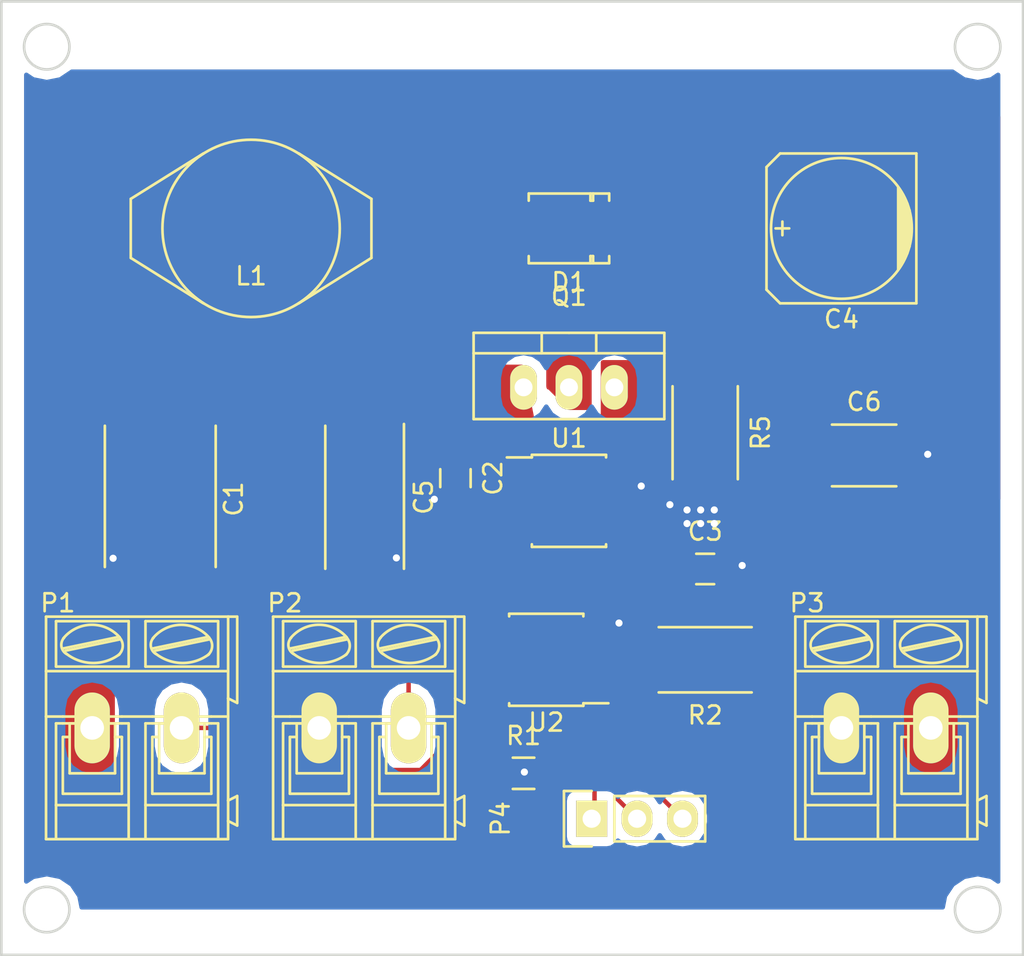
<source format=kicad_pcb>
(kicad_pcb (version 4) (host pcbnew 4.0.1-stable)

  (general
    (links 36)
    (no_connects 0)
    (area 110.414999 87.554999 167.715001 141.045001)
    (thickness 1.6)
    (drawings 8)
    (tracks 134)
    (zones 0)
    (modules 18)
    (nets 15)
  )

  (page A4)
  (layers
    (0 F.Cu signal)
    (31 B.Cu signal)
    (32 B.Adhes user)
    (33 F.Adhes user)
    (34 B.Paste user)
    (35 F.Paste user)
    (36 B.SilkS user)
    (37 F.SilkS user)
    (38 B.Mask user)
    (39 F.Mask user)
    (40 Dwgs.User user)
    (41 Cmts.User user)
    (42 Eco1.User user)
    (43 Eco2.User user)
    (44 Edge.Cuts user)
    (45 Margin user)
    (46 B.CrtYd user)
    (47 F.CrtYd user)
    (48 B.Fab user)
    (49 F.Fab user)
  )

  (setup
    (last_trace_width 0.25)
    (trace_clearance 0.25)
    (zone_clearance 0.508)
    (zone_45_only no)
    (trace_min 0.2)
    (segment_width 0.2)
    (edge_width 0.15)
    (via_size 0.6)
    (via_drill 0.4)
    (via_min_size 0.4)
    (via_min_drill 0.3)
    (uvia_size 0.3)
    (uvia_drill 0.1)
    (uvias_allowed no)
    (uvia_min_size 0.2)
    (uvia_min_drill 0.1)
    (pcb_text_width 0.3)
    (pcb_text_size 1.5 1.5)
    (mod_edge_width 0.15)
    (mod_text_size 1 1)
    (mod_text_width 0.15)
    (pad_size 5.99948 5.99948)
    (pad_drill 1)
    (pad_to_mask_clearance 0.2)
    (aux_axis_origin 0 0)
    (visible_elements 7FFFFFFF)
    (pcbplotparams
      (layerselection 0x00030_80000001)
      (usegerberextensions false)
      (excludeedgelayer true)
      (linewidth 0.100000)
      (plotframeref false)
      (viasonmask false)
      (mode 1)
      (useauxorigin false)
      (hpglpennumber 1)
      (hpglpenspeed 20)
      (hpglpendiameter 15)
      (hpglpenoverlay 2)
      (psnegative false)
      (psa4output false)
      (plotreference true)
      (plotvalue true)
      (plotinvisibletext false)
      (padsonsilk false)
      (subtractmaskfromsilk false)
      (outputformat 1)
      (mirror false)
      (drillshape 1)
      (scaleselection 1)
      (outputdirectory ""))
  )

  (net 0 "")
  (net 1 GNDD)
  (net 2 "Net-(C3-Pad1)")
  (net 3 "Net-(R1-Pad1)")
  (net 4 "Net-(R2-Pad2)")
  (net 5 "Net-(C1-Pad1)")
  (net 6 "Net-(C2-Pad1)")
  (net 7 "Net-(C4-Pad1)")
  (net 8 "Net-(D1-Pad2)")
  (net 9 "Net-(P2-Pad2)")
  (net 10 "Net-(P4-Pad1)")
  (net 11 "Net-(Q1-Pad1)")
  (net 12 "Net-(Q1-Pad3)")
  (net 13 "Net-(P4-Pad2)")
  (net 14 "Net-(P4-Pad3)")

  (net_class Default "This is the default net class."
    (clearance 0.25)
    (trace_width 0.25)
    (via_dia 0.6)
    (via_drill 0.4)
    (uvia_dia 0.3)
    (uvia_drill 0.1)
    (add_net GNDD)
    (add_net "Net-(C1-Pad1)")
    (add_net "Net-(C2-Pad1)")
    (add_net "Net-(C3-Pad1)")
    (add_net "Net-(C4-Pad1)")
    (add_net "Net-(D1-Pad2)")
    (add_net "Net-(P2-Pad2)")
    (add_net "Net-(P4-Pad1)")
    (add_net "Net-(P4-Pad2)")
    (add_net "Net-(P4-Pad3)")
    (add_net "Net-(Q1-Pad1)")
    (add_net "Net-(Q1-Pad3)")
    (add_net "Net-(R1-Pad1)")
    (add_net "Net-(R2-Pad2)")
  )

  (module Capacitors_SMD:c_elec_8x10.5 (layer F.Cu) (tedit 557296FA) (tstamp 56AA4451)
    (at 157.48 100.33 180)
    (descr "SMT capacitor, aluminium electrolytic, 8x10.5")
    (path /560ADD58)
    (attr smd)
    (fp_text reference C4 (at 0 -5.08 180) (layer F.SilkS)
      (effects (font (size 1 1) (thickness 0.15)))
    )
    (fp_text value 4u7,250V (at 0 5.08 180) (layer F.Fab)
      (effects (font (size 1 1) (thickness 0.15)))
    )
    (fp_line (start -5.35 -4.55) (end 5.35 -4.55) (layer F.CrtYd) (width 0.05))
    (fp_line (start 5.35 -4.55) (end 5.35 4.55) (layer F.CrtYd) (width 0.05))
    (fp_line (start 5.35 4.55) (end -5.35 4.55) (layer F.CrtYd) (width 0.05))
    (fp_line (start -5.35 4.55) (end -5.35 -4.55) (layer F.CrtYd) (width 0.05))
    (fp_line (start -3.81 -1.016) (end -3.81 1.016) (layer F.SilkS) (width 0.15))
    (fp_line (start -3.683 1.397) (end -3.683 -1.397) (layer F.SilkS) (width 0.15))
    (fp_line (start -3.556 -1.651) (end -3.556 1.651) (layer F.SilkS) (width 0.15))
    (fp_line (start -3.429 1.905) (end -3.429 -1.905) (layer F.SilkS) (width 0.15))
    (fp_line (start -3.302 2.032) (end -3.302 -2.032) (layer F.SilkS) (width 0.15))
    (fp_line (start -3.175 -2.286) (end -3.175 2.286) (layer F.SilkS) (width 0.15))
    (fp_line (start -4.191 -4.191) (end -4.191 4.191) (layer F.SilkS) (width 0.15))
    (fp_line (start -4.191 4.191) (end 3.429 4.191) (layer F.SilkS) (width 0.15))
    (fp_line (start 3.429 4.191) (end 4.191 3.429) (layer F.SilkS) (width 0.15))
    (fp_line (start 4.191 3.429) (end 4.191 -3.429) (layer F.SilkS) (width 0.15))
    (fp_line (start 4.191 -3.429) (end 3.429 -4.191) (layer F.SilkS) (width 0.15))
    (fp_line (start 3.429 -4.191) (end -4.191 -4.191) (layer F.SilkS) (width 0.15))
    (fp_line (start 3.683 0) (end 2.921 0) (layer F.SilkS) (width 0.15))
    (fp_line (start 3.302 -0.381) (end 3.302 0.381) (layer F.SilkS) (width 0.15))
    (fp_circle (center 0 0) (end 3.937 0) (layer F.SilkS) (width 0.15))
    (pad 1 smd rect (at 3.2512 0 180) (size 3.50012 2.4003) (layers F.Cu F.Paste F.Mask)
      (net 7 "Net-(C4-Pad1)"))
    (pad 2 smd rect (at -3.2512 0 180) (size 3.50012 2.4003) (layers F.Cu F.Paste F.Mask)
      (net 1 GNDD))
    (model Capacitors_SMD.3dshapes/c_elec_8x10.5.wrl
      (at (xyz 0 0 0))
      (scale (xyz 1 1 1))
      (rotate (xyz 0 0 0))
    )
  )

  (module Capacitors_Tantalum_SMD:TantalC_SizeE_EIA-7360_Reflow (layer F.Cu) (tedit 555EFB76) (tstamp 560AFBB2)
    (at 119.38 115.57 270)
    (descr "Tantal Cap. , Size E, EIA-7360, Reflow,")
    (tags "Tantal Capacitor Size-E EIA-7360 Reflow")
    (path /5609A72E)
    (attr smd)
    (fp_text reference C1 (at -0.09906 -4.09956 270) (layer F.SilkS)
      (effects (font (size 1 1) (thickness 0.15)))
    )
    (fp_text value "100uF, 35V" (at 0 4.50088 270) (layer F.Fab)
      (effects (font (size 1 1) (thickness 0.15)))
    )
    (fp_line (start 3.7 3.1) (end -4.2 3.1) (layer F.SilkS) (width 0.15))
    (fp_line (start 3.7 -3.1) (end -4.2 -3.1) (layer F.SilkS) (width 0.15))
    (fp_line (start 4.6 -3.4) (end -4.6 -3.4) (layer F.CrtYd) (width 0.05))
    (fp_line (start -4.6 -3.4) (end -4.6 3.4) (layer F.CrtYd) (width 0.05))
    (fp_line (start -4.6 3.4) (end 4.6 3.4) (layer F.CrtYd) (width 0.05))
    (fp_line (start 4.6 3.4) (end 4.6 -3.4) (layer F.CrtYd) (width 0.05))
    (pad 2 smd rect (at 3.12 0 270) (size 2.37 4.13) (layers F.Cu F.Paste F.Mask)
      (net 1 GNDD))
    (pad 1 smd rect (at -3.12 0 270) (size 2.37 4.13) (layers F.Cu F.Paste F.Mask)
      (net 5 "Net-(C1-Pad1)"))
    (model Capacitors_Tantalum_SMD.3dshapes/TantalC_SizeE_EIA-7360_Reflow.wrl
      (at (xyz 0 0 0))
      (scale (xyz 1 1 1))
      (rotate (xyz 0 0 180))
    )
  )

  (module Capacitors_SMD:C_0805 (layer F.Cu) (tedit 5415D6EA) (tstamp 560AFBBE)
    (at 135.89 114.3 270)
    (descr "Capacitor SMD 0805, reflow soldering, AVX (see smccp.pdf)")
    (tags "capacitor 0805")
    (path /5609A034)
    (attr smd)
    (fp_text reference C2 (at 0 -2.1 270) (layer F.SilkS)
      (effects (font (size 1 1) (thickness 0.15)))
    )
    (fp_text value 100nF (at 0 2.1 270) (layer F.Fab)
      (effects (font (size 1 1) (thickness 0.15)))
    )
    (fp_line (start -1.8 -1) (end 1.8 -1) (layer F.CrtYd) (width 0.05))
    (fp_line (start -1.8 1) (end 1.8 1) (layer F.CrtYd) (width 0.05))
    (fp_line (start -1.8 -1) (end -1.8 1) (layer F.CrtYd) (width 0.05))
    (fp_line (start 1.8 -1) (end 1.8 1) (layer F.CrtYd) (width 0.05))
    (fp_line (start 0.5 -0.85) (end -0.5 -0.85) (layer F.SilkS) (width 0.15))
    (fp_line (start -0.5 0.85) (end 0.5 0.85) (layer F.SilkS) (width 0.15))
    (pad 1 smd rect (at -1 0 270) (size 1 1.25) (layers F.Cu F.Paste F.Mask)
      (net 6 "Net-(C2-Pad1)"))
    (pad 2 smd rect (at 1 0 270) (size 1 1.25) (layers F.Cu F.Paste F.Mask)
      (net 1 GNDD))
    (model Capacitors_SMD.3dshapes/C_0805.wrl
      (at (xyz 0 0 0))
      (scale (xyz 1 1 1))
      (rotate (xyz 0 0 0))
    )
  )

  (module Capacitors_SMD:C_0805 (layer F.Cu) (tedit 5415D6EA) (tstamp 560AFBCA)
    (at 149.86 119.38)
    (descr "Capacitor SMD 0805, reflow soldering, AVX (see smccp.pdf)")
    (tags "capacitor 0805")
    (path /56099F9D)
    (attr smd)
    (fp_text reference C3 (at 0 -2.1) (layer F.SilkS)
      (effects (font (size 1 1) (thickness 0.15)))
    )
    (fp_text value 100nF (at 0 2.1) (layer F.Fab)
      (effects (font (size 1 1) (thickness 0.15)))
    )
    (fp_line (start -1.8 -1) (end 1.8 -1) (layer F.CrtYd) (width 0.05))
    (fp_line (start -1.8 1) (end 1.8 1) (layer F.CrtYd) (width 0.05))
    (fp_line (start -1.8 -1) (end -1.8 1) (layer F.CrtYd) (width 0.05))
    (fp_line (start 1.8 -1) (end 1.8 1) (layer F.CrtYd) (width 0.05))
    (fp_line (start 0.5 -0.85) (end -0.5 -0.85) (layer F.SilkS) (width 0.15))
    (fp_line (start -0.5 0.85) (end 0.5 0.85) (layer F.SilkS) (width 0.15))
    (pad 1 smd rect (at -1 0) (size 1 1.25) (layers F.Cu F.Paste F.Mask)
      (net 2 "Net-(C3-Pad1)"))
    (pad 2 smd rect (at 1 0) (size 1 1.25) (layers F.Cu F.Paste F.Mask)
      (net 1 GNDD))
    (model Capacitors_SMD.3dshapes/C_0805.wrl
      (at (xyz 0 0 0))
      (scale (xyz 1 1 1))
      (rotate (xyz 0 0 0))
    )
  )

  (module Capacitors_Tantalum_SMD:TantalC_SizeD_EIA-7343_Reflow (layer F.Cu) (tedit 555EF99E) (tstamp 560AFBEF)
    (at 130.81 115.57 270)
    (descr "Tantal Cap. , Size D, EIA-7343, Reflow")
    (tags "Tantal Capacitor Size-D EIA-7343 Reflow")
    (path /5609A12A)
    (attr smd)
    (fp_text reference C5 (at -0.20066 -3.29946 270) (layer F.SilkS)
      (effects (font (size 1 1) (thickness 0.15)))
    )
    (fp_text value 10uF (at -0.09906 3.59918 270) (layer F.Fab)
      (effects (font (size 1 1) (thickness 0.15)))
    )
    (fp_line (start 4.6 -2.6) (end -4.6 -2.6) (layer F.CrtYd) (width 0.05))
    (fp_line (start -4.6 -2.6) (end -4.6 2.6) (layer F.CrtYd) (width 0.05))
    (fp_line (start -4.6 2.6) (end 4.6 2.6) (layer F.CrtYd) (width 0.05))
    (fp_line (start 4.6 2.6) (end 4.6 -2.6) (layer F.CrtYd) (width 0.05))
    (fp_line (start -4.2 2.2) (end 3.8 2.2) (layer F.SilkS) (width 0.15))
    (fp_line (start 3.8 -2.2) (end -4.3 -2.2) (layer F.SilkS) (width 0.15))
    (pad 2 smd rect (at 3.12 0 270) (size 2.37 2.43) (layers F.Cu F.Paste F.Mask)
      (net 1 GNDD))
    (pad 1 smd rect (at -3.12 0 270) (size 2.37 2.43) (layers F.Cu F.Paste F.Mask)
      (net 6 "Net-(C2-Pad1)"))
    (model Capacitors_Tantalum_SMD.3dshapes/TantalC_SizeD_EIA-7343_Reflow.wrl
      (at (xyz 0 0 0))
      (scale (xyz 1 1 1))
      (rotate (xyz 0 0 180))
    )
  )

  (module Resistors_SMD:R_0805 (layer F.Cu) (tedit 5415CDEB) (tstamp 560AFC07)
    (at 139.7 130.81)
    (descr "Resistor SMD 0805, reflow soldering, Vishay (see dcrcw.pdf)")
    (tags "resistor 0805")
    (path /560ADF17)
    (attr smd)
    (fp_text reference R1 (at 0 -2.1) (layer F.SilkS)
      (effects (font (size 1 1) (thickness 0.15)))
    )
    (fp_text value 10k (at 0 2.1) (layer F.Fab)
      (effects (font (size 1 1) (thickness 0.15)))
    )
    (fp_line (start -1.6 -1) (end 1.6 -1) (layer F.CrtYd) (width 0.05))
    (fp_line (start -1.6 1) (end 1.6 1) (layer F.CrtYd) (width 0.05))
    (fp_line (start -1.6 -1) (end -1.6 1) (layer F.CrtYd) (width 0.05))
    (fp_line (start 1.6 -1) (end 1.6 1) (layer F.CrtYd) (width 0.05))
    (fp_line (start 0.6 0.875) (end -0.6 0.875) (layer F.SilkS) (width 0.15))
    (fp_line (start -0.6 -0.875) (end 0.6 -0.875) (layer F.SilkS) (width 0.15))
    (pad 1 smd rect (at -0.95 0) (size 0.7 1.3) (layers F.Cu F.Paste F.Mask)
      (net 3 "Net-(R1-Pad1)"))
    (pad 2 smd rect (at 0.95 0) (size 0.7 1.3) (layers F.Cu F.Paste F.Mask)
      (net 1 GNDD))
    (model Resistors_SMD.3dshapes/R_0805.wrl
      (at (xyz 0 0 0))
      (scale (xyz 1 1 1))
      (rotate (xyz 0 0 0))
    )
  )

  (module Resistors_SMD:R_2512 (layer F.Cu) (tedit 5415D3E2) (tstamp 560AFC13)
    (at 149.86 124.46 180)
    (descr "Resistor SMD 2512, reflow soldering, Vishay (see dcrcw.pdf)")
    (tags "resistor 2512")
    (path /560AE4B9)
    (attr smd)
    (fp_text reference R2 (at 0 -3.1 180) (layer F.SilkS)
      (effects (font (size 1 1) (thickness 0.15)))
    )
    (fp_text value 1M5 (at 0 3.1 180) (layer F.Fab)
      (effects (font (size 1 1) (thickness 0.15)))
    )
    (fp_line (start -3.9 -1.95) (end 3.9 -1.95) (layer F.CrtYd) (width 0.05))
    (fp_line (start -3.9 1.95) (end 3.9 1.95) (layer F.CrtYd) (width 0.05))
    (fp_line (start -3.9 -1.95) (end -3.9 1.95) (layer F.CrtYd) (width 0.05))
    (fp_line (start 3.9 -1.95) (end 3.9 1.95) (layer F.CrtYd) (width 0.05))
    (fp_line (start 2.6 1.825) (end -2.6 1.825) (layer F.SilkS) (width 0.15))
    (fp_line (start -2.6 -1.825) (end 2.6 -1.825) (layer F.SilkS) (width 0.15))
    (pad 1 smd rect (at -3.1 0 180) (size 1 3.2) (layers F.Cu F.Paste F.Mask)
      (net 7 "Net-(C4-Pad1)"))
    (pad 2 smd rect (at 3.1 0 180) (size 1 3.2) (layers F.Cu F.Paste F.Mask)
      (net 4 "Net-(R2-Pad2)"))
    (model Resistors_SMD.3dshapes/R_2512.wrl
      (at (xyz 0 0 0))
      (scale (xyz 1 1 1))
      (rotate (xyz 0 0 0))
    )
  )

  (module Resistors_SMD:R_2512 (layer F.Cu) (tedit 5415D3E2) (tstamp 560AFC1F)
    (at 149.86 111.76 270)
    (descr "Resistor SMD 2512, reflow soldering, Vishay (see dcrcw.pdf)")
    (tags "resistor 2512")
    (path /560ADAD2)
    (attr smd)
    (fp_text reference R5 (at 0 -3.1 270) (layer F.SilkS)
      (effects (font (size 1 1) (thickness 0.15)))
    )
    (fp_text value RSENSE (at 0 3.1 270) (layer F.Fab)
      (effects (font (size 1 1) (thickness 0.15)))
    )
    (fp_line (start -3.9 -1.95) (end 3.9 -1.95) (layer F.CrtYd) (width 0.05))
    (fp_line (start -3.9 1.95) (end 3.9 1.95) (layer F.CrtYd) (width 0.05))
    (fp_line (start -3.9 -1.95) (end -3.9 1.95) (layer F.CrtYd) (width 0.05))
    (fp_line (start 3.9 -1.95) (end 3.9 1.95) (layer F.CrtYd) (width 0.05))
    (fp_line (start 2.6 1.825) (end -2.6 1.825) (layer F.SilkS) (width 0.15))
    (fp_line (start -2.6 -1.825) (end 2.6 -1.825) (layer F.SilkS) (width 0.15))
    (pad 1 smd rect (at -3.1 0 270) (size 1 3.2) (layers F.Cu F.Paste F.Mask)
      (net 12 "Net-(Q1-Pad3)"))
    (pad 2 smd rect (at 3.1 0 270) (size 1 3.2) (layers F.Cu F.Paste F.Mask)
      (net 1 GNDD))
    (model Resistors_SMD.3dshapes/R_2512.wrl
      (at (xyz 0 0 0))
      (scale (xyz 1 1 1))
      (rotate (xyz 0 0 0))
    )
  )

  (module Housings_SOIC:SOIC-8_3.9x4.9mm_Pitch1.27mm (layer F.Cu) (tedit 54130A77) (tstamp 560AFC36)
    (at 142.24 115.57)
    (descr "8-Lead Plastic Small Outline (SN) - Narrow, 3.90 mm Body [SOIC] (see Microchip Packaging Specification 00000049BS.pdf)")
    (tags "SOIC 1.27")
    (path /56AA3B18)
    (attr smd)
    (fp_text reference U1 (at 0 -3.5) (layer F.SilkS)
      (effects (font (size 1 1) (thickness 0.15)))
    )
    (fp_text value MAX1771 (at 0 3.5) (layer F.Fab)
      (effects (font (size 1 1) (thickness 0.15)))
    )
    (fp_line (start -3.75 -2.75) (end -3.75 2.75) (layer F.CrtYd) (width 0.05))
    (fp_line (start 3.75 -2.75) (end 3.75 2.75) (layer F.CrtYd) (width 0.05))
    (fp_line (start -3.75 -2.75) (end 3.75 -2.75) (layer F.CrtYd) (width 0.05))
    (fp_line (start -3.75 2.75) (end 3.75 2.75) (layer F.CrtYd) (width 0.05))
    (fp_line (start -2.075 -2.575) (end -2.075 -2.43) (layer F.SilkS) (width 0.15))
    (fp_line (start 2.075 -2.575) (end 2.075 -2.43) (layer F.SilkS) (width 0.15))
    (fp_line (start 2.075 2.575) (end 2.075 2.43) (layer F.SilkS) (width 0.15))
    (fp_line (start -2.075 2.575) (end -2.075 2.43) (layer F.SilkS) (width 0.15))
    (fp_line (start -2.075 -2.575) (end 2.075 -2.575) (layer F.SilkS) (width 0.15))
    (fp_line (start -2.075 2.575) (end 2.075 2.575) (layer F.SilkS) (width 0.15))
    (fp_line (start -2.075 -2.43) (end -3.475 -2.43) (layer F.SilkS) (width 0.15))
    (pad 1 smd rect (at -2.7 -1.905) (size 1.55 0.6) (layers F.Cu F.Paste F.Mask)
      (net 11 "Net-(Q1-Pad1)"))
    (pad 2 smd rect (at -2.7 -0.635) (size 1.55 0.6) (layers F.Cu F.Paste F.Mask)
      (net 6 "Net-(C2-Pad1)"))
    (pad 3 smd rect (at -2.7 0.635) (size 1.55 0.6) (layers F.Cu F.Paste F.Mask)
      (net 4 "Net-(R2-Pad2)"))
    (pad 4 smd rect (at -2.7 1.905) (size 1.55 0.6) (layers F.Cu F.Paste F.Mask)
      (net 9 "Net-(P2-Pad2)"))
    (pad 5 smd rect (at 2.7 1.905) (size 1.55 0.6) (layers F.Cu F.Paste F.Mask)
      (net 2 "Net-(C3-Pad1)"))
    (pad 6 smd rect (at 2.7 0.635) (size 1.55 0.6) (layers F.Cu F.Paste F.Mask)
      (net 1 GNDD))
    (pad 7 smd rect (at 2.7 -0.635) (size 1.55 0.6) (layers F.Cu F.Paste F.Mask)
      (net 1 GNDD))
    (pad 8 smd rect (at 2.7 -1.905) (size 1.55 0.6) (layers F.Cu F.Paste F.Mask)
      (net 12 "Net-(Q1-Pad3)"))
    (model Housings_SOIC.3dshapes/SOIC-8_3.9x4.9mm_Pitch1.27mm.wrl
      (at (xyz 0 0 0))
      (scale (xyz 1 1 1))
      (rotate (xyz 0 0 0))
    )
  )

  (module Connect:AK300-2 (layer F.Cu) (tedit 54792136) (tstamp 560C20A5)
    (at 115.57 128.27)
    (descr CONNECTOR)
    (tags CONNECTOR)
    (path /560DAB00)
    (attr virtual)
    (fp_text reference P1 (at -1.92 -6.985) (layer F.SilkS)
      (effects (font (size 1 1) (thickness 0.15)))
    )
    (fp_text value J1 (at 2.779 7.747) (layer F.Fab)
      (effects (font (size 1 1) (thickness 0.15)))
    )
    (fp_line (start 8.363 -6.473) (end -2.83 -6.473) (layer F.CrtYd) (width 0.05))
    (fp_line (start 8.363 6.473) (end 8.363 -6.473) (layer F.CrtYd) (width 0.05))
    (fp_line (start -2.83 6.473) (end 8.363 6.473) (layer F.CrtYd) (width 0.05))
    (fp_line (start -2.83 -6.473) (end -2.83 6.473) (layer F.CrtYd) (width 0.05))
    (fp_line (start -1.2596 2.54) (end 1.2804 2.54) (layer F.SilkS) (width 0.15))
    (fp_line (start 1.2804 2.54) (end 1.2804 -0.254) (layer F.SilkS) (width 0.15))
    (fp_line (start -1.2596 -0.254) (end 1.2804 -0.254) (layer F.SilkS) (width 0.15))
    (fp_line (start -1.2596 2.54) (end -1.2596 -0.254) (layer F.SilkS) (width 0.15))
    (fp_line (start 3.7442 2.54) (end 6.2842 2.54) (layer F.SilkS) (width 0.15))
    (fp_line (start 6.2842 2.54) (end 6.2842 -0.254) (layer F.SilkS) (width 0.15))
    (fp_line (start 3.7442 -0.254) (end 6.2842 -0.254) (layer F.SilkS) (width 0.15))
    (fp_line (start 3.7442 2.54) (end 3.7442 -0.254) (layer F.SilkS) (width 0.15))
    (fp_line (start 7.605 -6.223) (end 7.605 -3.175) (layer F.SilkS) (width 0.15))
    (fp_line (start 7.605 -6.223) (end -2.58 -6.223) (layer F.SilkS) (width 0.15))
    (fp_line (start 7.605 -6.223) (end 8.113 -6.223) (layer F.SilkS) (width 0.15))
    (fp_line (start 8.113 -6.223) (end 8.113 -1.397) (layer F.SilkS) (width 0.15))
    (fp_line (start 8.113 -1.397) (end 7.605 -1.651) (layer F.SilkS) (width 0.15))
    (fp_line (start 8.113 5.461) (end 7.605 5.207) (layer F.SilkS) (width 0.15))
    (fp_line (start 7.605 5.207) (end 7.605 6.223) (layer F.SilkS) (width 0.15))
    (fp_line (start 8.113 3.81) (end 7.605 4.064) (layer F.SilkS) (width 0.15))
    (fp_line (start 7.605 4.064) (end 7.605 5.207) (layer F.SilkS) (width 0.15))
    (fp_line (start 8.113 3.81) (end 8.113 5.461) (layer F.SilkS) (width 0.15))
    (fp_line (start 2.9822 6.223) (end 2.9822 4.318) (layer F.SilkS) (width 0.15))
    (fp_line (start 7.0462 -0.254) (end 7.0462 4.318) (layer F.SilkS) (width 0.15))
    (fp_line (start 2.9822 6.223) (end 7.0462 6.223) (layer F.SilkS) (width 0.15))
    (fp_line (start 7.0462 6.223) (end 7.605 6.223) (layer F.SilkS) (width 0.15))
    (fp_line (start 2.0424 6.223) (end 2.0424 4.318) (layer F.SilkS) (width 0.15))
    (fp_line (start 2.0424 6.223) (end 2.9822 6.223) (layer F.SilkS) (width 0.15))
    (fp_line (start -2.0216 -0.254) (end -2.0216 4.318) (layer F.SilkS) (width 0.15))
    (fp_line (start -2.58 6.223) (end -2.0216 6.223) (layer F.SilkS) (width 0.15))
    (fp_line (start -2.0216 6.223) (end 2.0424 6.223) (layer F.SilkS) (width 0.15))
    (fp_line (start 2.9822 4.318) (end 7.0462 4.318) (layer F.SilkS) (width 0.15))
    (fp_line (start 2.9822 4.318) (end 2.9822 -0.254) (layer F.SilkS) (width 0.15))
    (fp_line (start 7.0462 4.318) (end 7.0462 6.223) (layer F.SilkS) (width 0.15))
    (fp_line (start 2.0424 4.318) (end -2.0216 4.318) (layer F.SilkS) (width 0.15))
    (fp_line (start 2.0424 4.318) (end 2.0424 -0.254) (layer F.SilkS) (width 0.15))
    (fp_line (start -2.0216 4.318) (end -2.0216 6.223) (layer F.SilkS) (width 0.15))
    (fp_line (start 6.6652 3.683) (end 6.6652 0.508) (layer F.SilkS) (width 0.15))
    (fp_line (start 6.6652 3.683) (end 3.3632 3.683) (layer F.SilkS) (width 0.15))
    (fp_line (start 3.3632 3.683) (end 3.3632 0.508) (layer F.SilkS) (width 0.15))
    (fp_line (start 1.6614 3.683) (end 1.6614 0.508) (layer F.SilkS) (width 0.15))
    (fp_line (start 1.6614 3.683) (end -1.6406 3.683) (layer F.SilkS) (width 0.15))
    (fp_line (start -1.6406 3.683) (end -1.6406 0.508) (layer F.SilkS) (width 0.15))
    (fp_line (start -1.6406 0.508) (end -1.2596 0.508) (layer F.SilkS) (width 0.15))
    (fp_line (start 1.6614 0.508) (end 1.2804 0.508) (layer F.SilkS) (width 0.15))
    (fp_line (start 3.3632 0.508) (end 3.7442 0.508) (layer F.SilkS) (width 0.15))
    (fp_line (start 6.6652 0.508) (end 6.2842 0.508) (layer F.SilkS) (width 0.15))
    (fp_line (start -2.58 6.223) (end -2.58 -0.635) (layer F.SilkS) (width 0.15))
    (fp_line (start -2.58 -0.635) (end -2.58 -3.175) (layer F.SilkS) (width 0.15))
    (fp_line (start 7.605 -1.651) (end 7.605 -0.635) (layer F.SilkS) (width 0.15))
    (fp_line (start 7.605 -0.635) (end 7.605 4.064) (layer F.SilkS) (width 0.15))
    (fp_line (start -2.58 -3.175) (end 7.605 -3.175) (layer F.SilkS) (width 0.15))
    (fp_line (start -2.58 -3.175) (end -2.58 -6.223) (layer F.SilkS) (width 0.15))
    (fp_line (start 7.605 -3.175) (end 7.605 -1.651) (layer F.SilkS) (width 0.15))
    (fp_line (start 2.9822 -3.429) (end 2.9822 -5.969) (layer F.SilkS) (width 0.15))
    (fp_line (start 2.9822 -5.969) (end 7.0462 -5.969) (layer F.SilkS) (width 0.15))
    (fp_line (start 7.0462 -5.969) (end 7.0462 -3.429) (layer F.SilkS) (width 0.15))
    (fp_line (start 7.0462 -3.429) (end 2.9822 -3.429) (layer F.SilkS) (width 0.15))
    (fp_line (start 2.0424 -3.429) (end 2.0424 -5.969) (layer F.SilkS) (width 0.15))
    (fp_line (start 2.0424 -3.429) (end -2.0216 -3.429) (layer F.SilkS) (width 0.15))
    (fp_line (start -2.0216 -3.429) (end -2.0216 -5.969) (layer F.SilkS) (width 0.15))
    (fp_line (start 2.0424 -5.969) (end -2.0216 -5.969) (layer F.SilkS) (width 0.15))
    (fp_line (start 3.3886 -4.445) (end 6.4366 -5.08) (layer F.SilkS) (width 0.15))
    (fp_line (start 3.5156 -4.318) (end 6.5636 -4.953) (layer F.SilkS) (width 0.15))
    (fp_line (start -1.6152 -4.445) (end 1.43534 -5.08) (layer F.SilkS) (width 0.15))
    (fp_line (start -1.4882 -4.318) (end 1.5598 -4.953) (layer F.SilkS) (width 0.15))
    (fp_line (start -2.0216 -0.254) (end -1.6406 -0.254) (layer F.SilkS) (width 0.15))
    (fp_line (start 2.0424 -0.254) (end 1.6614 -0.254) (layer F.SilkS) (width 0.15))
    (fp_line (start 1.6614 -0.254) (end -1.6406 -0.254) (layer F.SilkS) (width 0.15))
    (fp_line (start -2.58 -0.635) (end -1.6406 -0.635) (layer F.SilkS) (width 0.15))
    (fp_line (start -1.6406 -0.635) (end 1.6614 -0.635) (layer F.SilkS) (width 0.15))
    (fp_line (start 1.6614 -0.635) (end 3.3632 -0.635) (layer F.SilkS) (width 0.15))
    (fp_line (start 7.605 -0.635) (end 6.6652 -0.635) (layer F.SilkS) (width 0.15))
    (fp_line (start 6.6652 -0.635) (end 3.3632 -0.635) (layer F.SilkS) (width 0.15))
    (fp_line (start 7.0462 -0.254) (end 6.6652 -0.254) (layer F.SilkS) (width 0.15))
    (fp_line (start 2.9822 -0.254) (end 3.3632 -0.254) (layer F.SilkS) (width 0.15))
    (fp_line (start 3.3632 -0.254) (end 6.6652 -0.254) (layer F.SilkS) (width 0.15))
    (fp_arc (start 6.0302 -4.59486) (end 6.53566 -5.05206) (angle 90.5) (layer F.SilkS) (width 0.15))
    (fp_arc (start 5.065 -6.0706) (end 6.52804 -4.11734) (angle 75.5) (layer F.SilkS) (width 0.15))
    (fp_arc (start 4.98626 -3.7084) (end 3.3886 -5.0038) (angle 100) (layer F.SilkS) (width 0.15))
    (fp_arc (start 3.8712 -4.64566) (end 3.58164 -4.1275) (angle 104.2) (layer F.SilkS) (width 0.15))
    (fp_arc (start 1.0264 -4.59486) (end 1.5344 -5.05206) (angle 90.5) (layer F.SilkS) (width 0.15))
    (fp_arc (start 0.06374 -6.0706) (end 1.52678 -4.11734) (angle 75.5) (layer F.SilkS) (width 0.15))
    (fp_arc (start -0.01246 -3.7084) (end -1.6152 -5.0038) (angle 100) (layer F.SilkS) (width 0.15))
    (fp_arc (start -1.1326 -4.64566) (end -1.41962 -4.1275) (angle 104.2) (layer F.SilkS) (width 0.15))
    (pad 1 thru_hole oval (at 0 0) (size 1.9812 3.9624) (drill 1.3208) (layers *.Cu F.Paste F.SilkS F.Mask)
      (net 5 "Net-(C1-Pad1)"))
    (pad 2 thru_hole oval (at 5 0) (size 1.9812 3.9624) (drill 1.3208) (layers *.Cu F.Paste F.SilkS F.Mask)
      (net 6 "Net-(C2-Pad1)"))
  )

  (module Connect:AK300-2 (layer F.Cu) (tedit 54792136) (tstamp 560D991C)
    (at 128.27 128.27)
    (descr CONNECTOR)
    (tags CONNECTOR)
    (path /560DADE3)
    (attr virtual)
    (fp_text reference P2 (at -1.92 -6.985) (layer F.SilkS)
      (effects (font (size 1 1) (thickness 0.15)))
    )
    (fp_text value J2 (at 2.779 7.747) (layer F.Fab)
      (effects (font (size 1 1) (thickness 0.15)))
    )
    (fp_line (start 8.363 -6.473) (end -2.83 -6.473) (layer F.CrtYd) (width 0.05))
    (fp_line (start 8.363 6.473) (end 8.363 -6.473) (layer F.CrtYd) (width 0.05))
    (fp_line (start -2.83 6.473) (end 8.363 6.473) (layer F.CrtYd) (width 0.05))
    (fp_line (start -2.83 -6.473) (end -2.83 6.473) (layer F.CrtYd) (width 0.05))
    (fp_line (start -1.2596 2.54) (end 1.2804 2.54) (layer F.SilkS) (width 0.15))
    (fp_line (start 1.2804 2.54) (end 1.2804 -0.254) (layer F.SilkS) (width 0.15))
    (fp_line (start -1.2596 -0.254) (end 1.2804 -0.254) (layer F.SilkS) (width 0.15))
    (fp_line (start -1.2596 2.54) (end -1.2596 -0.254) (layer F.SilkS) (width 0.15))
    (fp_line (start 3.7442 2.54) (end 6.2842 2.54) (layer F.SilkS) (width 0.15))
    (fp_line (start 6.2842 2.54) (end 6.2842 -0.254) (layer F.SilkS) (width 0.15))
    (fp_line (start 3.7442 -0.254) (end 6.2842 -0.254) (layer F.SilkS) (width 0.15))
    (fp_line (start 3.7442 2.54) (end 3.7442 -0.254) (layer F.SilkS) (width 0.15))
    (fp_line (start 7.605 -6.223) (end 7.605 -3.175) (layer F.SilkS) (width 0.15))
    (fp_line (start 7.605 -6.223) (end -2.58 -6.223) (layer F.SilkS) (width 0.15))
    (fp_line (start 7.605 -6.223) (end 8.113 -6.223) (layer F.SilkS) (width 0.15))
    (fp_line (start 8.113 -6.223) (end 8.113 -1.397) (layer F.SilkS) (width 0.15))
    (fp_line (start 8.113 -1.397) (end 7.605 -1.651) (layer F.SilkS) (width 0.15))
    (fp_line (start 8.113 5.461) (end 7.605 5.207) (layer F.SilkS) (width 0.15))
    (fp_line (start 7.605 5.207) (end 7.605 6.223) (layer F.SilkS) (width 0.15))
    (fp_line (start 8.113 3.81) (end 7.605 4.064) (layer F.SilkS) (width 0.15))
    (fp_line (start 7.605 4.064) (end 7.605 5.207) (layer F.SilkS) (width 0.15))
    (fp_line (start 8.113 3.81) (end 8.113 5.461) (layer F.SilkS) (width 0.15))
    (fp_line (start 2.9822 6.223) (end 2.9822 4.318) (layer F.SilkS) (width 0.15))
    (fp_line (start 7.0462 -0.254) (end 7.0462 4.318) (layer F.SilkS) (width 0.15))
    (fp_line (start 2.9822 6.223) (end 7.0462 6.223) (layer F.SilkS) (width 0.15))
    (fp_line (start 7.0462 6.223) (end 7.605 6.223) (layer F.SilkS) (width 0.15))
    (fp_line (start 2.0424 6.223) (end 2.0424 4.318) (layer F.SilkS) (width 0.15))
    (fp_line (start 2.0424 6.223) (end 2.9822 6.223) (layer F.SilkS) (width 0.15))
    (fp_line (start -2.0216 -0.254) (end -2.0216 4.318) (layer F.SilkS) (width 0.15))
    (fp_line (start -2.58 6.223) (end -2.0216 6.223) (layer F.SilkS) (width 0.15))
    (fp_line (start -2.0216 6.223) (end 2.0424 6.223) (layer F.SilkS) (width 0.15))
    (fp_line (start 2.9822 4.318) (end 7.0462 4.318) (layer F.SilkS) (width 0.15))
    (fp_line (start 2.9822 4.318) (end 2.9822 -0.254) (layer F.SilkS) (width 0.15))
    (fp_line (start 7.0462 4.318) (end 7.0462 6.223) (layer F.SilkS) (width 0.15))
    (fp_line (start 2.0424 4.318) (end -2.0216 4.318) (layer F.SilkS) (width 0.15))
    (fp_line (start 2.0424 4.318) (end 2.0424 -0.254) (layer F.SilkS) (width 0.15))
    (fp_line (start -2.0216 4.318) (end -2.0216 6.223) (layer F.SilkS) (width 0.15))
    (fp_line (start 6.6652 3.683) (end 6.6652 0.508) (layer F.SilkS) (width 0.15))
    (fp_line (start 6.6652 3.683) (end 3.3632 3.683) (layer F.SilkS) (width 0.15))
    (fp_line (start 3.3632 3.683) (end 3.3632 0.508) (layer F.SilkS) (width 0.15))
    (fp_line (start 1.6614 3.683) (end 1.6614 0.508) (layer F.SilkS) (width 0.15))
    (fp_line (start 1.6614 3.683) (end -1.6406 3.683) (layer F.SilkS) (width 0.15))
    (fp_line (start -1.6406 3.683) (end -1.6406 0.508) (layer F.SilkS) (width 0.15))
    (fp_line (start -1.6406 0.508) (end -1.2596 0.508) (layer F.SilkS) (width 0.15))
    (fp_line (start 1.6614 0.508) (end 1.2804 0.508) (layer F.SilkS) (width 0.15))
    (fp_line (start 3.3632 0.508) (end 3.7442 0.508) (layer F.SilkS) (width 0.15))
    (fp_line (start 6.6652 0.508) (end 6.2842 0.508) (layer F.SilkS) (width 0.15))
    (fp_line (start -2.58 6.223) (end -2.58 -0.635) (layer F.SilkS) (width 0.15))
    (fp_line (start -2.58 -0.635) (end -2.58 -3.175) (layer F.SilkS) (width 0.15))
    (fp_line (start 7.605 -1.651) (end 7.605 -0.635) (layer F.SilkS) (width 0.15))
    (fp_line (start 7.605 -0.635) (end 7.605 4.064) (layer F.SilkS) (width 0.15))
    (fp_line (start -2.58 -3.175) (end 7.605 -3.175) (layer F.SilkS) (width 0.15))
    (fp_line (start -2.58 -3.175) (end -2.58 -6.223) (layer F.SilkS) (width 0.15))
    (fp_line (start 7.605 -3.175) (end 7.605 -1.651) (layer F.SilkS) (width 0.15))
    (fp_line (start 2.9822 -3.429) (end 2.9822 -5.969) (layer F.SilkS) (width 0.15))
    (fp_line (start 2.9822 -5.969) (end 7.0462 -5.969) (layer F.SilkS) (width 0.15))
    (fp_line (start 7.0462 -5.969) (end 7.0462 -3.429) (layer F.SilkS) (width 0.15))
    (fp_line (start 7.0462 -3.429) (end 2.9822 -3.429) (layer F.SilkS) (width 0.15))
    (fp_line (start 2.0424 -3.429) (end 2.0424 -5.969) (layer F.SilkS) (width 0.15))
    (fp_line (start 2.0424 -3.429) (end -2.0216 -3.429) (layer F.SilkS) (width 0.15))
    (fp_line (start -2.0216 -3.429) (end -2.0216 -5.969) (layer F.SilkS) (width 0.15))
    (fp_line (start 2.0424 -5.969) (end -2.0216 -5.969) (layer F.SilkS) (width 0.15))
    (fp_line (start 3.3886 -4.445) (end 6.4366 -5.08) (layer F.SilkS) (width 0.15))
    (fp_line (start 3.5156 -4.318) (end 6.5636 -4.953) (layer F.SilkS) (width 0.15))
    (fp_line (start -1.6152 -4.445) (end 1.43534 -5.08) (layer F.SilkS) (width 0.15))
    (fp_line (start -1.4882 -4.318) (end 1.5598 -4.953) (layer F.SilkS) (width 0.15))
    (fp_line (start -2.0216 -0.254) (end -1.6406 -0.254) (layer F.SilkS) (width 0.15))
    (fp_line (start 2.0424 -0.254) (end 1.6614 -0.254) (layer F.SilkS) (width 0.15))
    (fp_line (start 1.6614 -0.254) (end -1.6406 -0.254) (layer F.SilkS) (width 0.15))
    (fp_line (start -2.58 -0.635) (end -1.6406 -0.635) (layer F.SilkS) (width 0.15))
    (fp_line (start -1.6406 -0.635) (end 1.6614 -0.635) (layer F.SilkS) (width 0.15))
    (fp_line (start 1.6614 -0.635) (end 3.3632 -0.635) (layer F.SilkS) (width 0.15))
    (fp_line (start 7.605 -0.635) (end 6.6652 -0.635) (layer F.SilkS) (width 0.15))
    (fp_line (start 6.6652 -0.635) (end 3.3632 -0.635) (layer F.SilkS) (width 0.15))
    (fp_line (start 7.0462 -0.254) (end 6.6652 -0.254) (layer F.SilkS) (width 0.15))
    (fp_line (start 2.9822 -0.254) (end 3.3632 -0.254) (layer F.SilkS) (width 0.15))
    (fp_line (start 3.3632 -0.254) (end 6.6652 -0.254) (layer F.SilkS) (width 0.15))
    (fp_arc (start 6.0302 -4.59486) (end 6.53566 -5.05206) (angle 90.5) (layer F.SilkS) (width 0.15))
    (fp_arc (start 5.065 -6.0706) (end 6.52804 -4.11734) (angle 75.5) (layer F.SilkS) (width 0.15))
    (fp_arc (start 4.98626 -3.7084) (end 3.3886 -5.0038) (angle 100) (layer F.SilkS) (width 0.15))
    (fp_arc (start 3.8712 -4.64566) (end 3.58164 -4.1275) (angle 104.2) (layer F.SilkS) (width 0.15))
    (fp_arc (start 1.0264 -4.59486) (end 1.5344 -5.05206) (angle 90.5) (layer F.SilkS) (width 0.15))
    (fp_arc (start 0.06374 -6.0706) (end 1.52678 -4.11734) (angle 75.5) (layer F.SilkS) (width 0.15))
    (fp_arc (start -0.01246 -3.7084) (end -1.6152 -5.0038) (angle 100) (layer F.SilkS) (width 0.15))
    (fp_arc (start -1.1326 -4.64566) (end -1.41962 -4.1275) (angle 104.2) (layer F.SilkS) (width 0.15))
    (pad 1 thru_hole oval (at 0 0) (size 1.9812 3.9624) (drill 1.3208) (layers *.Cu F.Paste F.SilkS F.Mask)
      (net 1 GNDD))
    (pad 2 thru_hole oval (at 5 0) (size 1.9812 3.9624) (drill 1.3208) (layers *.Cu F.Paste F.SilkS F.Mask)
      (net 9 "Net-(P2-Pad2)"))
  )

  (module Connect:AK300-2 (layer F.Cu) (tedit 54792136) (tstamp 560D9922)
    (at 157.48 128.27)
    (descr CONNECTOR)
    (tags CONNECTOR)
    (path /560DAF07)
    (attr virtual)
    (fp_text reference P3 (at -1.92 -6.985) (layer F.SilkS)
      (effects (font (size 1 1) (thickness 0.15)))
    )
    (fp_text value J3 (at 2.779 7.747) (layer F.Fab)
      (effects (font (size 1 1) (thickness 0.15)))
    )
    (fp_line (start 8.363 -6.473) (end -2.83 -6.473) (layer F.CrtYd) (width 0.05))
    (fp_line (start 8.363 6.473) (end 8.363 -6.473) (layer F.CrtYd) (width 0.05))
    (fp_line (start -2.83 6.473) (end 8.363 6.473) (layer F.CrtYd) (width 0.05))
    (fp_line (start -2.83 -6.473) (end -2.83 6.473) (layer F.CrtYd) (width 0.05))
    (fp_line (start -1.2596 2.54) (end 1.2804 2.54) (layer F.SilkS) (width 0.15))
    (fp_line (start 1.2804 2.54) (end 1.2804 -0.254) (layer F.SilkS) (width 0.15))
    (fp_line (start -1.2596 -0.254) (end 1.2804 -0.254) (layer F.SilkS) (width 0.15))
    (fp_line (start -1.2596 2.54) (end -1.2596 -0.254) (layer F.SilkS) (width 0.15))
    (fp_line (start 3.7442 2.54) (end 6.2842 2.54) (layer F.SilkS) (width 0.15))
    (fp_line (start 6.2842 2.54) (end 6.2842 -0.254) (layer F.SilkS) (width 0.15))
    (fp_line (start 3.7442 -0.254) (end 6.2842 -0.254) (layer F.SilkS) (width 0.15))
    (fp_line (start 3.7442 2.54) (end 3.7442 -0.254) (layer F.SilkS) (width 0.15))
    (fp_line (start 7.605 -6.223) (end 7.605 -3.175) (layer F.SilkS) (width 0.15))
    (fp_line (start 7.605 -6.223) (end -2.58 -6.223) (layer F.SilkS) (width 0.15))
    (fp_line (start 7.605 -6.223) (end 8.113 -6.223) (layer F.SilkS) (width 0.15))
    (fp_line (start 8.113 -6.223) (end 8.113 -1.397) (layer F.SilkS) (width 0.15))
    (fp_line (start 8.113 -1.397) (end 7.605 -1.651) (layer F.SilkS) (width 0.15))
    (fp_line (start 8.113 5.461) (end 7.605 5.207) (layer F.SilkS) (width 0.15))
    (fp_line (start 7.605 5.207) (end 7.605 6.223) (layer F.SilkS) (width 0.15))
    (fp_line (start 8.113 3.81) (end 7.605 4.064) (layer F.SilkS) (width 0.15))
    (fp_line (start 7.605 4.064) (end 7.605 5.207) (layer F.SilkS) (width 0.15))
    (fp_line (start 8.113 3.81) (end 8.113 5.461) (layer F.SilkS) (width 0.15))
    (fp_line (start 2.9822 6.223) (end 2.9822 4.318) (layer F.SilkS) (width 0.15))
    (fp_line (start 7.0462 -0.254) (end 7.0462 4.318) (layer F.SilkS) (width 0.15))
    (fp_line (start 2.9822 6.223) (end 7.0462 6.223) (layer F.SilkS) (width 0.15))
    (fp_line (start 7.0462 6.223) (end 7.605 6.223) (layer F.SilkS) (width 0.15))
    (fp_line (start 2.0424 6.223) (end 2.0424 4.318) (layer F.SilkS) (width 0.15))
    (fp_line (start 2.0424 6.223) (end 2.9822 6.223) (layer F.SilkS) (width 0.15))
    (fp_line (start -2.0216 -0.254) (end -2.0216 4.318) (layer F.SilkS) (width 0.15))
    (fp_line (start -2.58 6.223) (end -2.0216 6.223) (layer F.SilkS) (width 0.15))
    (fp_line (start -2.0216 6.223) (end 2.0424 6.223) (layer F.SilkS) (width 0.15))
    (fp_line (start 2.9822 4.318) (end 7.0462 4.318) (layer F.SilkS) (width 0.15))
    (fp_line (start 2.9822 4.318) (end 2.9822 -0.254) (layer F.SilkS) (width 0.15))
    (fp_line (start 7.0462 4.318) (end 7.0462 6.223) (layer F.SilkS) (width 0.15))
    (fp_line (start 2.0424 4.318) (end -2.0216 4.318) (layer F.SilkS) (width 0.15))
    (fp_line (start 2.0424 4.318) (end 2.0424 -0.254) (layer F.SilkS) (width 0.15))
    (fp_line (start -2.0216 4.318) (end -2.0216 6.223) (layer F.SilkS) (width 0.15))
    (fp_line (start 6.6652 3.683) (end 6.6652 0.508) (layer F.SilkS) (width 0.15))
    (fp_line (start 6.6652 3.683) (end 3.3632 3.683) (layer F.SilkS) (width 0.15))
    (fp_line (start 3.3632 3.683) (end 3.3632 0.508) (layer F.SilkS) (width 0.15))
    (fp_line (start 1.6614 3.683) (end 1.6614 0.508) (layer F.SilkS) (width 0.15))
    (fp_line (start 1.6614 3.683) (end -1.6406 3.683) (layer F.SilkS) (width 0.15))
    (fp_line (start -1.6406 3.683) (end -1.6406 0.508) (layer F.SilkS) (width 0.15))
    (fp_line (start -1.6406 0.508) (end -1.2596 0.508) (layer F.SilkS) (width 0.15))
    (fp_line (start 1.6614 0.508) (end 1.2804 0.508) (layer F.SilkS) (width 0.15))
    (fp_line (start 3.3632 0.508) (end 3.7442 0.508) (layer F.SilkS) (width 0.15))
    (fp_line (start 6.6652 0.508) (end 6.2842 0.508) (layer F.SilkS) (width 0.15))
    (fp_line (start -2.58 6.223) (end -2.58 -0.635) (layer F.SilkS) (width 0.15))
    (fp_line (start -2.58 -0.635) (end -2.58 -3.175) (layer F.SilkS) (width 0.15))
    (fp_line (start 7.605 -1.651) (end 7.605 -0.635) (layer F.SilkS) (width 0.15))
    (fp_line (start 7.605 -0.635) (end 7.605 4.064) (layer F.SilkS) (width 0.15))
    (fp_line (start -2.58 -3.175) (end 7.605 -3.175) (layer F.SilkS) (width 0.15))
    (fp_line (start -2.58 -3.175) (end -2.58 -6.223) (layer F.SilkS) (width 0.15))
    (fp_line (start 7.605 -3.175) (end 7.605 -1.651) (layer F.SilkS) (width 0.15))
    (fp_line (start 2.9822 -3.429) (end 2.9822 -5.969) (layer F.SilkS) (width 0.15))
    (fp_line (start 2.9822 -5.969) (end 7.0462 -5.969) (layer F.SilkS) (width 0.15))
    (fp_line (start 7.0462 -5.969) (end 7.0462 -3.429) (layer F.SilkS) (width 0.15))
    (fp_line (start 7.0462 -3.429) (end 2.9822 -3.429) (layer F.SilkS) (width 0.15))
    (fp_line (start 2.0424 -3.429) (end 2.0424 -5.969) (layer F.SilkS) (width 0.15))
    (fp_line (start 2.0424 -3.429) (end -2.0216 -3.429) (layer F.SilkS) (width 0.15))
    (fp_line (start -2.0216 -3.429) (end -2.0216 -5.969) (layer F.SilkS) (width 0.15))
    (fp_line (start 2.0424 -5.969) (end -2.0216 -5.969) (layer F.SilkS) (width 0.15))
    (fp_line (start 3.3886 -4.445) (end 6.4366 -5.08) (layer F.SilkS) (width 0.15))
    (fp_line (start 3.5156 -4.318) (end 6.5636 -4.953) (layer F.SilkS) (width 0.15))
    (fp_line (start -1.6152 -4.445) (end 1.43534 -5.08) (layer F.SilkS) (width 0.15))
    (fp_line (start -1.4882 -4.318) (end 1.5598 -4.953) (layer F.SilkS) (width 0.15))
    (fp_line (start -2.0216 -0.254) (end -1.6406 -0.254) (layer F.SilkS) (width 0.15))
    (fp_line (start 2.0424 -0.254) (end 1.6614 -0.254) (layer F.SilkS) (width 0.15))
    (fp_line (start 1.6614 -0.254) (end -1.6406 -0.254) (layer F.SilkS) (width 0.15))
    (fp_line (start -2.58 -0.635) (end -1.6406 -0.635) (layer F.SilkS) (width 0.15))
    (fp_line (start -1.6406 -0.635) (end 1.6614 -0.635) (layer F.SilkS) (width 0.15))
    (fp_line (start 1.6614 -0.635) (end 3.3632 -0.635) (layer F.SilkS) (width 0.15))
    (fp_line (start 7.605 -0.635) (end 6.6652 -0.635) (layer F.SilkS) (width 0.15))
    (fp_line (start 6.6652 -0.635) (end 3.3632 -0.635) (layer F.SilkS) (width 0.15))
    (fp_line (start 7.0462 -0.254) (end 6.6652 -0.254) (layer F.SilkS) (width 0.15))
    (fp_line (start 2.9822 -0.254) (end 3.3632 -0.254) (layer F.SilkS) (width 0.15))
    (fp_line (start 3.3632 -0.254) (end 6.6652 -0.254) (layer F.SilkS) (width 0.15))
    (fp_arc (start 6.0302 -4.59486) (end 6.53566 -5.05206) (angle 90.5) (layer F.SilkS) (width 0.15))
    (fp_arc (start 5.065 -6.0706) (end 6.52804 -4.11734) (angle 75.5) (layer F.SilkS) (width 0.15))
    (fp_arc (start 4.98626 -3.7084) (end 3.3886 -5.0038) (angle 100) (layer F.SilkS) (width 0.15))
    (fp_arc (start 3.8712 -4.64566) (end 3.58164 -4.1275) (angle 104.2) (layer F.SilkS) (width 0.15))
    (fp_arc (start 1.0264 -4.59486) (end 1.5344 -5.05206) (angle 90.5) (layer F.SilkS) (width 0.15))
    (fp_arc (start 0.06374 -6.0706) (end 1.52678 -4.11734) (angle 75.5) (layer F.SilkS) (width 0.15))
    (fp_arc (start -0.01246 -3.7084) (end -1.6152 -5.0038) (angle 100) (layer F.SilkS) (width 0.15))
    (fp_arc (start -1.1326 -4.64566) (end -1.41962 -4.1275) (angle 104.2) (layer F.SilkS) (width 0.15))
    (pad 1 thru_hole oval (at 0 0) (size 1.9812 3.9624) (drill 1.3208) (layers *.Cu F.Paste F.SilkS F.Mask)
      (net 1 GNDD))
    (pad 2 thru_hole oval (at 5 0) (size 1.9812 3.9624) (drill 1.3208) (layers *.Cu F.Paste F.SilkS F.Mask)
      (net 7 "Net-(C4-Pad1)"))
  )

  (module Housings_SOIC:SOIC-8_3.9x4.9mm_Pitch1.27mm (layer F.Cu) (tedit 54130A77) (tstamp 560AFC45)
    (at 140.97 124.46 180)
    (descr "8-Lead Plastic Small Outline (SN) - Narrow, 3.90 mm Body [SOIC] (see Microchip Packaging Specification 00000049BS.pdf)")
    (tags "SOIC 1.27")
    (path /5612B7DB)
    (attr smd)
    (fp_text reference U2 (at 0 -3.5 180) (layer F.SilkS)
      (effects (font (size 1 1) (thickness 0.15)))
    )
    (fp_text value MCP41050 (at 0 3.5 180) (layer F.Fab)
      (effects (font (size 1 1) (thickness 0.15)))
    )
    (fp_line (start -3.75 -2.75) (end -3.75 2.75) (layer F.CrtYd) (width 0.05))
    (fp_line (start 3.75 -2.75) (end 3.75 2.75) (layer F.CrtYd) (width 0.05))
    (fp_line (start -3.75 -2.75) (end 3.75 -2.75) (layer F.CrtYd) (width 0.05))
    (fp_line (start -3.75 2.75) (end 3.75 2.75) (layer F.CrtYd) (width 0.05))
    (fp_line (start -2.075 -2.575) (end -2.075 -2.43) (layer F.SilkS) (width 0.15))
    (fp_line (start 2.075 -2.575) (end 2.075 -2.43) (layer F.SilkS) (width 0.15))
    (fp_line (start 2.075 2.575) (end 2.075 2.43) (layer F.SilkS) (width 0.15))
    (fp_line (start -2.075 2.575) (end -2.075 2.43) (layer F.SilkS) (width 0.15))
    (fp_line (start -2.075 -2.575) (end 2.075 -2.575) (layer F.SilkS) (width 0.15))
    (fp_line (start -2.075 2.575) (end 2.075 2.575) (layer F.SilkS) (width 0.15))
    (fp_line (start -2.075 -2.43) (end -3.475 -2.43) (layer F.SilkS) (width 0.15))
    (pad 1 smd rect (at -2.7 -1.905 180) (size 1.55 0.6) (layers F.Cu F.Paste F.Mask)
      (net 10 "Net-(P4-Pad1)"))
    (pad 2 smd rect (at -2.7 -0.635 180) (size 1.55 0.6) (layers F.Cu F.Paste F.Mask)
      (net 13 "Net-(P4-Pad2)"))
    (pad 3 smd rect (at -2.7 0.635 180) (size 1.55 0.6) (layers F.Cu F.Paste F.Mask)
      (net 14 "Net-(P4-Pad3)"))
    (pad 4 smd rect (at -2.7 1.905 180) (size 1.55 0.6) (layers F.Cu F.Paste F.Mask)
      (net 1 GNDD))
    (pad 5 smd rect (at 2.7 1.905 180) (size 1.55 0.6) (layers F.Cu F.Paste F.Mask)
      (net 4 "Net-(R2-Pad2)"))
    (pad 6 smd rect (at 2.7 0.635 180) (size 1.55 0.6) (layers F.Cu F.Paste F.Mask)
      (net 3 "Net-(R1-Pad1)"))
    (pad 7 smd rect (at 2.7 -0.635 180) (size 1.55 0.6) (layers F.Cu F.Paste F.Mask)
      (net 3 "Net-(R1-Pad1)"))
    (pad 8 smd rect (at 2.7 -1.905 180) (size 1.55 0.6) (layers F.Cu F.Paste F.Mask)
      (net 6 "Net-(C2-Pad1)"))
    (model Housings_SOIC.3dshapes/SOIC-8_3.9x4.9mm_Pitch1.27mm.wrl
      (at (xyz 0 0 0))
      (scale (xyz 1 1 1))
      (rotate (xyz 0 0 0))
    )
  )

  (module Capacitors_SMD:C_1812 (layer F.Cu) (tedit 5415D8C7) (tstamp 56AA4469)
    (at 158.75 113.03)
    (descr "Capacitor SMD 1812, reflow soldering, AVX (see smccp.pdf)")
    (tags "capacitor 1812")
    (path /560AE57F)
    (attr smd)
    (fp_text reference C6 (at 0 -3) (layer F.SilkS)
      (effects (font (size 1 1) (thickness 0.15)))
    )
    (fp_text value 100nF,250V (at 0 3) (layer F.Fab)
      (effects (font (size 1 1) (thickness 0.15)))
    )
    (fp_line (start -3.1 -1.85) (end 3.1 -1.85) (layer F.CrtYd) (width 0.05))
    (fp_line (start -3.1 1.85) (end 3.1 1.85) (layer F.CrtYd) (width 0.05))
    (fp_line (start -3.1 -1.85) (end -3.1 1.85) (layer F.CrtYd) (width 0.05))
    (fp_line (start 3.1 -1.85) (end 3.1 1.85) (layer F.CrtYd) (width 0.05))
    (fp_line (start 1.8 -1.725) (end -1.8 -1.725) (layer F.SilkS) (width 0.15))
    (fp_line (start -1.8 1.725) (end 1.8 1.725) (layer F.SilkS) (width 0.15))
    (pad 1 smd rect (at -2.3 0) (size 1 3) (layers F.Cu F.Paste F.Mask)
      (net 7 "Net-(C4-Pad1)"))
    (pad 2 smd rect (at 2.3 0) (size 1 3) (layers F.Cu F.Paste F.Mask)
      (net 1 GNDD))
    (model Capacitors_SMD.3dshapes/C_1812.wrl
      (at (xyz 0 0 0))
      (scale (xyz 1 1 1))
      (rotate (xyz 0 0 0))
    )
  )

  (module Diodes_SMD:DO-214BA (layer F.Cu) (tedit 54DF7BCF) (tstamp 56AA4474)
    (at 142.24 100.33 180)
    (descr "Microsemi LSM115J")
    (tags "DO-214BA diode")
    (path /560ADC7D)
    (attr smd)
    (fp_text reference D1 (at 0 -3 180) (layer F.SilkS)
      (effects (font (size 1 1) (thickness 0.15)))
    )
    (fp_text value ES2F (at 0 3 180) (layer F.Fab)
      (effects (font (size 1 1) (thickness 0.15)))
    )
    (fp_line (start -3 -2.25) (end 3 -2.25) (layer F.CrtYd) (width 0.05))
    (fp_line (start 3 -2.25) (end 3 2.25) (layer F.CrtYd) (width 0.05))
    (fp_line (start 3 2.25) (end -3 2.25) (layer F.CrtYd) (width 0.05))
    (fp_line (start -3 2.25) (end -3 -2.25) (layer F.CrtYd) (width 0.05))
    (fp_line (start -2.25 -1.95) (end -2.25 -1.55) (layer F.SilkS) (width 0.15))
    (fp_line (start -2.25 1.95) (end -2.25 1.55) (layer F.SilkS) (width 0.15))
    (fp_line (start 2.25 1.95) (end 2.25 1.55) (layer F.SilkS) (width 0.15))
    (fp_line (start 2.25 -1.95) (end 2.25 -1.55) (layer F.SilkS) (width 0.15))
    (fp_line (start -1.35 1.95) (end -1.35 1.55) (layer F.SilkS) (width 0.15))
    (fp_line (start -1.35 1.55) (end -1.2 1.55) (layer F.SilkS) (width 0.15))
    (fp_line (start -1.2 1.55) (end -1.2 1.95) (layer F.SilkS) (width 0.15))
    (fp_line (start -1.35 -1.95) (end -1.35 -1.55) (layer F.SilkS) (width 0.15))
    (fp_line (start -1.35 -1.55) (end -1.2 -1.55) (layer F.SilkS) (width 0.15))
    (fp_line (start -1.2 -1.55) (end -1.2 -1.95) (layer F.SilkS) (width 0.15))
    (fp_line (start -2.25 -1.95) (end 2.25 -1.95) (layer F.SilkS) (width 0.15))
    (fp_line (start 2.25 1.95) (end -2.25 1.95) (layer F.SilkS) (width 0.15))
    (pad 2 smd rect (at 1.7 0 180) (size 2 2.5) (layers F.Cu F.Paste F.Mask)
      (net 8 "Net-(D1-Pad2)"))
    (pad 1 smd rect (at -1.7 0 180) (size 2 2.5) (layers F.Cu F.Paste F.Mask)
      (net 7 "Net-(C4-Pad1)"))
  )

  (module Inductors:self_cms_we-pd3 (layer F.Cu) (tedit 0) (tstamp 56AA4489)
    (at 124.46 100.33 180)
    (path /5609A934)
    (attr smd)
    (fp_text reference L1 (at 0 -2.667 180) (layer F.SilkS)
      (effects (font (size 1 1) (thickness 0.15)))
    )
    (fp_text value 100uH (at 0.39878 2.30124 180) (layer F.Fab)
      (effects (font (size 1 1) (thickness 0.15)))
    )
    (fp_circle (center 0 0) (end 0.254 -4.953) (layer F.SilkS) (width 0.15))
    (fp_line (start 6.731 1.651) (end 2.667 4.191) (layer F.SilkS) (width 0.15))
    (fp_line (start 6.731 -1.651) (end 2.667 -4.191) (layer F.SilkS) (width 0.15))
    (fp_line (start 6.731 -1.651) (end 6.731 1.651) (layer F.SilkS) (width 0.15))
    (fp_line (start -6.731 1.651) (end -2.667 4.191) (layer F.SilkS) (width 0.15))
    (fp_line (start -6.731 -1.651) (end -6.731 1.651) (layer F.SilkS) (width 0.15))
    (fp_line (start -6.731 -1.651) (end -2.667 -4.191) (layer F.SilkS) (width 0.15))
    (pad 1 smd rect (at -5.08 0 180) (size 2.99974 2.99974) (layers F.Cu F.Paste F.Mask)
      (net 8 "Net-(D1-Pad2)"))
    (pad 2 smd rect (at 5.08 0 180) (size 2.99974 2.99974) (layers F.Cu F.Paste F.Mask)
      (net 5 "Net-(C1-Pad1)"))
    (model Inductors.3dshapes/self_cms_we-pd3.wrl
      (at (xyz 0 0 0))
      (scale (xyz 1 1 1))
      (rotate (xyz 0 0 0))
    )
  )

  (module TO_SOT_Packages_THT:TO-220_Neutral123_Vertical (layer F.Cu) (tedit 0) (tstamp 56AA44A4)
    (at 142.24 109.22)
    (descr "TO-220, Neutral, Vertical,")
    (tags "TO-220, Neutral, Vertical,")
    (path /56AA6CD7)
    (fp_text reference Q1 (at 0 -5.08) (layer F.SilkS)
      (effects (font (size 1 1) (thickness 0.15)))
    )
    (fp_text value IRF644PBF (at 0 3.81) (layer F.Fab)
      (effects (font (size 1 1) (thickness 0.15)))
    )
    (fp_line (start -1.524 -3.048) (end -1.524 -1.905) (layer F.SilkS) (width 0.15))
    (fp_line (start 1.524 -3.048) (end 1.524 -1.905) (layer F.SilkS) (width 0.15))
    (fp_line (start 5.334 -1.905) (end 5.334 1.778) (layer F.SilkS) (width 0.15))
    (fp_line (start 5.334 1.778) (end -5.334 1.778) (layer F.SilkS) (width 0.15))
    (fp_line (start -5.334 1.778) (end -5.334 -1.905) (layer F.SilkS) (width 0.15))
    (fp_line (start 5.334 -3.048) (end 5.334 -1.905) (layer F.SilkS) (width 0.15))
    (fp_line (start 5.334 -1.905) (end -5.334 -1.905) (layer F.SilkS) (width 0.15))
    (fp_line (start -5.334 -1.905) (end -5.334 -3.048) (layer F.SilkS) (width 0.15))
    (fp_line (start 0 -3.048) (end -5.334 -3.048) (layer F.SilkS) (width 0.15))
    (fp_line (start 0 -3.048) (end 5.334 -3.048) (layer F.SilkS) (width 0.15))
    (pad 2 thru_hole oval (at 0 0 90) (size 2.49936 1.50114) (drill 1.00076) (layers *.Cu *.Mask F.SilkS)
      (net 8 "Net-(D1-Pad2)"))
    (pad 1 thru_hole oval (at -2.54 0 90) (size 2.49936 1.50114) (drill 1.00076) (layers *.Cu *.Mask F.SilkS)
      (net 11 "Net-(Q1-Pad1)"))
    (pad 3 thru_hole oval (at 2.54 0 90) (size 2.49936 1.50114) (drill 1.00076) (layers *.Cu *.Mask F.SilkS)
      (net 12 "Net-(Q1-Pad3)"))
    (model TO_SOT_Packages_THT.3dshapes/TO-220_Neutral123_Vertical.wrl
      (at (xyz 0 0 0))
      (scale (xyz 0.3937 0.3937 0.3937))
      (rotate (xyz 0 0 0))
    )
  )

  (module Pin_Headers:Pin_Header_Straight_1x03 (layer F.Cu) (tedit 56AA44BD) (tstamp 56AA4821)
    (at 143.51 133.35 90)
    (descr "Through hole pin header")
    (tags "pin header")
    (path /56AA736F)
    (fp_text reference P4 (at 0 -5.1 90) (layer F.SilkS)
      (effects (font (size 1 1) (thickness 0.15)))
    )
    (fp_text value CONN_01X03 (at -2.54 2.54 180) (layer F.Fab) hide
      (effects (font (size 1 1) (thickness 0.15)))
    )
    (fp_line (start -1.75 -1.75) (end -1.75 6.85) (layer F.CrtYd) (width 0.05))
    (fp_line (start 1.75 -1.75) (end 1.75 6.85) (layer F.CrtYd) (width 0.05))
    (fp_line (start -1.75 -1.75) (end 1.75 -1.75) (layer F.CrtYd) (width 0.05))
    (fp_line (start -1.75 6.85) (end 1.75 6.85) (layer F.CrtYd) (width 0.05))
    (fp_line (start -1.27 1.27) (end -1.27 6.35) (layer F.SilkS) (width 0.15))
    (fp_line (start -1.27 6.35) (end 1.27 6.35) (layer F.SilkS) (width 0.15))
    (fp_line (start 1.27 6.35) (end 1.27 1.27) (layer F.SilkS) (width 0.15))
    (fp_line (start 1.55 -1.55) (end 1.55 0) (layer F.SilkS) (width 0.15))
    (fp_line (start 1.27 1.27) (end -1.27 1.27) (layer F.SilkS) (width 0.15))
    (fp_line (start -1.55 0) (end -1.55 -1.55) (layer F.SilkS) (width 0.15))
    (fp_line (start -1.55 -1.55) (end 1.55 -1.55) (layer F.SilkS) (width 0.15))
    (pad 1 thru_hole rect (at 0 0 90) (size 2.032 1.7272) (drill 1.016) (layers *.Cu *.Mask F.SilkS)
      (net 10 "Net-(P4-Pad1)"))
    (pad 2 thru_hole oval (at 0 2.54 90) (size 2.032 1.7272) (drill 1.016) (layers *.Cu *.Mask F.SilkS)
      (net 13 "Net-(P4-Pad2)"))
    (pad 3 thru_hole oval (at 0 5.08 90) (size 2.032 1.7272) (drill 1.016) (layers *.Cu *.Mask F.SilkS)
      (net 14 "Net-(P4-Pad3)"))
    (model Pin_Headers.3dshapes/Pin_Header_Straight_1x03.wrl
      (at (xyz 0 -0.1 0))
      (scale (xyz 1 1 1))
      (rotate (xyz 0 0 90))
    )
  )

  (gr_line (start 110.49 140.97) (end 110.49 87.63) (angle 90) (layer Edge.Cuts) (width 0.15))
  (gr_line (start 167.64 140.97) (end 110.49 140.97) (angle 90) (layer Edge.Cuts) (width 0.15))
  (gr_line (start 167.64 87.63) (end 167.64 140.97) (angle 90) (layer Edge.Cuts) (width 0.15))
  (gr_line (start 110.49 87.63) (end 167.64 87.63) (angle 90) (layer Edge.Cuts) (width 0.15))
  (gr_circle (center 165.1 138.43) (end 163.83 138.43) (layer Edge.Cuts) (width 0.15))
  (gr_circle (center 113.03 138.43) (end 114.3 138.43) (layer Edge.Cuts) (width 0.15))
  (gr_circle (center 113.03 90.17) (end 114.3 90.17) (layer Edge.Cuts) (width 0.15))
  (gr_circle (center 165.1 90.17) (end 163.83 90.17) (layer Edge.Cuts) (width 0.15))

  (segment (start 150.368 116.078) (end 157.8483 116.078) (width 0.25) (layer B.Cu) (net 1))
  (segment (start 162.2425 113.03) (end 161.05 113.03) (width 0.25) (layer F.Cu) (net 1) (tstamp 56AA48D3))
  (segment (start 162.306 112.9665) (end 162.2425 113.03) (width 0.25) (layer F.Cu) (net 1) (tstamp 56AA48D2))
  (via (at 162.306 112.9665) (size 0.6) (drill 0.4) (layers F.Cu B.Cu) (net 1))
  (segment (start 160.9598 112.9665) (end 162.306 112.9665) (width 0.25) (layer B.Cu) (net 1) (tstamp 56AA48CB))
  (segment (start 157.8483 116.078) (end 160.9598 112.9665) (width 0.25) (layer B.Cu) (net 1) (tstamp 56AA48C9))
  (segment (start 160.1047 100.6183) (end 160.1047 100.33) (width 0.25) (layer F.Cu) (net 1))
  (segment (start 147.8847 115.7846) (end 148.1781 116.078) (width 0.25) (layer B.Cu) (net 1))
  (segment (start 147.8847 114.86) (end 147.8847 115.7846) (width 0.25) (layer F.Cu) (net 1))
  (segment (start 149.86 114.86) (end 147.8847 114.86) (width 0.25) (layer F.Cu) (net 1))
  (via (at 147.8847 115.7846) (size 0.6) (layers F.Cu B.Cu) (net 1))
  (via (at 148.844 116.84) (size 0.6) (drill 0.4) (layers F.Cu B.Cu) (net 1))
  (segment (start 149.606 116.84) (end 148.844 116.84) (width 0.25) (layer F.Cu) (net 1) (tstamp 561D6A53))
  (via (at 149.606 116.84) (size 0.6) (drill 0.4) (layers F.Cu B.Cu) (net 1))
  (segment (start 150.368 116.84) (end 149.606 116.84) (width 0.25) (layer B.Cu) (net 1) (tstamp 561D6A50))
  (via (at 150.368 116.84) (size 0.6) (drill 0.4) (layers F.Cu B.Cu) (net 1))
  (segment (start 150.368 116.078) (end 150.368 116.84) (width 0.25) (layer F.Cu) (net 1) (tstamp 561D6A4D))
  (via (at 150.368 116.078) (size 0.6) (drill 0.4) (layers F.Cu B.Cu) (net 1))
  (segment (start 149.606 116.078) (end 150.368 116.078) (width 0.25) (layer B.Cu) (net 1) (tstamp 561D6A4A))
  (via (at 149.606 116.078) (size 0.6) (drill 0.4) (layers F.Cu B.Cu) (net 1))
  (segment (start 148.844 116.078) (end 149.606 116.078) (width 0.25) (layer F.Cu) (net 1) (tstamp 561D6A47))
  (via (at 148.844 116.078) (size 0.6) (drill 0.4) (layers F.Cu B.Cu) (net 1))
  (segment (start 148.1781 116.078) (end 148.844 116.078) (width 0.25) (layer B.Cu) (net 1) (tstamp 561D6A43))
  (via (at 132.5874 118.7612) (size 0.6) (layers F.Cu B.Cu) (net 1))
  (via (at 116.741 118.7823) (size 0.6) (layers F.Cu B.Cu) (net 1))
  (via (at 146.2825 114.7428) (size 0.6) (layers F.Cu B.Cu) (net 1))
  (via (at 134.7072 115.4825) (size 0.6) (layers F.Cu B.Cu) (net 1))
  (via (at 151.9287 119.1866) (size 0.6) (layers F.Cu B.Cu) (net 1))
  (via (at 139.7465 130.7395) (size 0.6) (layers F.Cu B.Cu) (net 1))
  (via (at 145.0385 122.4049) (size 0.6) (layers F.Cu B.Cu) (net 1))
  (segment (start 130.81 118.69) (end 132.4003 118.69) (width 0.25) (layer F.Cu) (net 1))
  (segment (start 132.4715 118.7612) (end 132.4003 118.69) (width 0.25) (layer F.Cu) (net 1))
  (segment (start 132.5874 118.7612) (end 132.4715 118.7612) (width 0.25) (layer F.Cu) (net 1))
  (segment (start 116.8474 118.7823) (end 116.9397 118.69) (width 0.25) (layer F.Cu) (net 1))
  (segment (start 116.741 118.7823) (end 116.8474 118.7823) (width 0.25) (layer F.Cu) (net 1))
  (segment (start 119.38 118.69) (end 116.9397 118.69) (width 0.25) (layer F.Cu) (net 1) (status 10))
  (segment (start 146.0903 114.935) (end 146.2825 114.7428) (width 0.25) (layer F.Cu) (net 1))
  (segment (start 135.89 115.3) (end 134.8897 115.3) (width 0.25) (layer F.Cu) (net 1))
  (segment (start 134.7072 115.4825) (end 134.8897 115.3) (width 0.25) (layer F.Cu) (net 1))
  (segment (start 144.94 114.935) (end 145.5152 114.935) (width 0.25) (layer F.Cu) (net 1))
  (segment (start 145.5152 114.935) (end 146.0903 114.935) (width 0.25) (layer F.Cu) (net 1))
  (segment (start 146.0903 115.5101) (end 146.0903 116.205) (width 0.25) (layer F.Cu) (net 1))
  (segment (start 145.5152 114.935) (end 146.0903 115.5101) (width 0.25) (layer F.Cu) (net 1))
  (segment (start 144.94 116.205) (end 146.0903 116.205) (width 0.25) (layer F.Cu) (net 1))
  (segment (start 150.86 119.38) (end 151.7353 119.38) (width 0.25) (layer F.Cu) (net 1))
  (segment (start 151.9287 119.1866) (end 151.7353 119.38) (width 0.25) (layer F.Cu) (net 1))
  (segment (start 139.8542 130.7395) (end 139.9247 130.81) (width 0.25) (layer F.Cu) (net 1))
  (segment (start 139.7465 130.7395) (end 139.8542 130.7395) (width 0.25) (layer F.Cu) (net 1))
  (segment (start 140.65 130.81) (end 139.9247 130.81) (width 0.25) (layer F.Cu) (net 1))
  (segment (start 143.67 122.555) (end 144.8203 122.555) (width 0.25) (layer F.Cu) (net 1))
  (segment (start 144.9704 122.4049) (end 144.8203 122.555) (width 0.25) (layer F.Cu) (net 1))
  (segment (start 145.0385 122.4049) (end 144.9704 122.4049) (width 0.25) (layer F.Cu) (net 1))
  (segment (start 147.9847 119.3694) (end 147.9847 119.38) (width 0.25) (layer F.Cu) (net 2))
  (segment (start 146.0903 117.475) (end 147.9847 119.3694) (width 0.25) (layer F.Cu) (net 2))
  (segment (start 144.94 117.475) (end 146.0903 117.475) (width 0.25) (layer F.Cu) (net 2))
  (segment (start 148.86 119.38) (end 147.9847 119.38) (width 0.25) (layer F.Cu) (net 2))
  (segment (start 138.75 130.81) (end 138.75 129.7847) (width 0.25) (layer F.Cu) (net 3))
  (segment (start 138.27 125.095) (end 138.27 123.825) (width 0.25) (layer F.Cu) (net 3))
  (segment (start 139.4203 129.1144) (end 138.75 129.7847) (width 0.25) (layer F.Cu) (net 3))
  (segment (start 139.4203 125.095) (end 139.4203 129.1144) (width 0.25) (layer F.Cu) (net 3))
  (segment (start 138.27 125.095) (end 139.4203 125.095) (width 0.25) (layer F.Cu) (net 3))
  (segment (start 138.27 122.555) (end 139.4203 122.555) (width 0.25) (layer F.Cu) (net 4))
  (segment (start 139.54 116.205) (end 140.6903 116.205) (width 0.25) (layer F.Cu) (net 4))
  (segment (start 146.76 124.46) (end 146.76 122.4847) (width 0.25) (layer F.Cu) (net 4))
  (segment (start 145.5603 121.285) (end 146.76 122.4847) (width 0.25) (layer F.Cu) (net 4))
  (segment (start 140.6903 121.285) (end 145.5603 121.285) (width 0.25) (layer F.Cu) (net 4))
  (segment (start 139.4203 122.555) (end 140.6903 121.285) (width 0.25) (layer F.Cu) (net 4))
  (segment (start 140.6903 121.285) (end 140.6903 116.205) (width 0.25) (layer F.Cu) (net 4))
  (segment (start 119.38 100.33) (end 117.6782 100.33) (width 0.25) (layer F.Cu) (net 5))
  (segment (start 117.0432 110.1132) (end 119.38 112.45) (width 0.25) (layer F.Cu) (net 5) (tstamp 56AA48B0))
  (segment (start 117.0432 100.965) (end 117.0432 110.1132) (width 0.25) (layer F.Cu) (net 5) (tstamp 56AA48AF))
  (segment (start 117.6782 100.33) (end 117.0432 100.965) (width 0.25) (layer F.Cu) (net 5) (tstamp 56AA48AD))
  (segment (start 115.57 117.8203) (end 119.38 114.0103) (width 0.25) (layer F.Cu) (net 5))
  (segment (start 115.57 128.27) (end 115.57 117.8203) (width 0.25) (layer F.Cu) (net 5))
  (segment (start 119.38 112.45) (end 119.38 114.0103) (width 0.25) (layer F.Cu) (net 5) (status 10))
  (segment (start 138.27 126.365) (end 137.1197 126.365) (width 0.25) (layer F.Cu) (net 6))
  (segment (start 120.57 128.27) (end 121.253 128.27) (width 0.25) (layer F.Cu) (net 6))
  (segment (start 124.6291 128.27) (end 124.9549 127.9442) (width 0.25) (layer F.Cu) (net 6))
  (segment (start 121.253 128.27) (end 124.6291 128.27) (width 0.25) (layer F.Cu) (net 6))
  (segment (start 137.1197 127.4439) (end 137.1197 126.365) (width 0.25) (layer F.Cu) (net 6))
  (segment (start 133.9361 130.6275) (end 137.1197 127.4439) (width 0.25) (layer F.Cu) (net 6))
  (segment (start 127.6381 130.6275) (end 133.9361 130.6275) (width 0.25) (layer F.Cu) (net 6))
  (segment (start 124.9549 127.9442) (end 127.6381 130.6275) (width 0.25) (layer F.Cu) (net 6))
  (segment (start 127.3698 117.4505) (end 130.81 114.0103) (width 0.25) (layer F.Cu) (net 6))
  (segment (start 127.3698 123.8462) (end 127.3698 117.4505) (width 0.25) (layer F.Cu) (net 6))
  (segment (start 125.3026 125.9134) (end 127.3698 123.8462) (width 0.25) (layer F.Cu) (net 6))
  (segment (start 125.3026 127.5965) (end 125.3026 125.9134) (width 0.25) (layer F.Cu) (net 6))
  (segment (start 124.9549 127.9442) (end 125.3026 127.5965) (width 0.25) (layer F.Cu) (net 6))
  (segment (start 130.81 112.45) (end 130.81 113.2301) (width 0.25) (layer F.Cu) (net 6))
  (segment (start 130.81 113.2301) (end 130.81 114.0103) (width 0.25) (layer F.Cu) (net 6))
  (segment (start 134.8198 113.2301) (end 134.8897 113.3) (width 0.25) (layer F.Cu) (net 6))
  (segment (start 130.81 113.2301) (end 134.8198 113.2301) (width 0.25) (layer F.Cu) (net 6))
  (segment (start 135.89 113.3) (end 134.8897 113.3) (width 0.25) (layer F.Cu) (net 6))
  (segment (start 136.7653 114.1753) (end 135.89 114.1753) (width 0.25) (layer F.Cu) (net 6))
  (segment (start 137.525 114.935) (end 136.7653 114.1753) (width 0.25) (layer F.Cu) (net 6))
  (segment (start 139.54 114.935) (end 137.525 114.935) (width 0.25) (layer F.Cu) (net 6))
  (segment (start 135.89 113.3) (end 135.89 114.1753) (width 0.25) (layer F.Cu) (net 6))
  (segment (start 154.2288 100.33) (end 154.2288 110.8088) (width 0.25) (layer F.Cu) (net 7))
  (segment (start 154.2288 110.8088) (end 156.45 113.03) (width 0.25) (layer F.Cu) (net 7) (tstamp 56AA48B8))
  (segment (start 143.94 100.33) (end 154.2288 100.33) (width 0.25) (layer F.Cu) (net 7))
  (segment (start 152.96 124.46) (end 152.96 123.4723) (width 0.25) (layer F.Cu) (net 7))
  (segment (start 162.48 128.27) (end 161.1141 128.27) (width 0.25) (layer F.Cu) (net 7))
  (segment (start 152.96 123.4723) (end 155.65 123.4723) (width 0.25) (layer F.Cu) (net 7))
  (segment (start 156.3164 123.4723) (end 161.1141 128.27) (width 0.25) (layer F.Cu) (net 7))
  (segment (start 155.65 123.4723) (end 156.3164 123.4723) (width 0.25) (layer F.Cu) (net 7))
  (segment (start 129.54 100.33) (end 140.54 100.33) (width 0.25) (layer F.Cu) (net 8))
  (segment (start 138.64 100.33) (end 132.145 100.33) (width 0.25) (layer F.Cu) (net 8))
  (segment (start 142.24 109.22) (end 141.1141 109.22) (width 0.25) (layer F.Cu) (net 8))
  (segment (start 141.1141 101.1288) (end 141.1141 109.22) (width 0.25) (layer F.Cu) (net 8))
  (segment (start 140.3153 100.33) (end 141.1141 101.1288) (width 0.25) (layer F.Cu) (net 8))
  (segment (start 138.64 100.33) (end 140.3153 100.33) (width 0.25) (layer F.Cu) (net 8))
  (segment (start 139.54 117.475) (end 138.3897 117.475) (width 0.25) (layer F.Cu) (net 9))
  (segment (start 133.27 122.5947) (end 138.3897 117.475) (width 0.25) (layer F.Cu) (net 9))
  (segment (start 133.27 128.27) (end 133.27 122.5947) (width 0.25) (layer F.Cu) (net 9))
  (segment (start 143.67 126.365) (end 143.67 133.19) (width 0.25) (layer F.Cu) (net 10))
  (segment (start 143.67 133.19) (end 143.51 133.35) (width 0.25) (layer F.Cu) (net 10) (tstamp 56AA489B))
  (segment (start 143.67 126.365) (end 143.6878 126.365) (width 0.25) (layer F.Cu) (net 10))
  (segment (start 139.7 109.22) (end 139.7 113.505) (width 0.25) (layer F.Cu) (net 11))
  (segment (start 139.7 113.505) (end 139.54 113.665) (width 0.25) (layer F.Cu) (net 11) (tstamp 56AA48E7))
  (segment (start 149.86 108.66) (end 147.8847 108.66) (width 0.25) (layer F.Cu) (net 12))
  (segment (start 144.94 113.665) (end 146.0903 113.665) (width 0.25) (layer F.Cu) (net 12))
  (segment (start 146.0903 109.22) (end 146.0903 113.665) (width 0.25) (layer F.Cu) (net 12))
  (segment (start 144.78 109.22) (end 146.0903 109.22) (width 0.25) (layer F.Cu) (net 12))
  (segment (start 147.3247 109.22) (end 147.8847 108.66) (width 0.25) (layer F.Cu) (net 12))
  (segment (start 146.0903 109.22) (end 147.3247 109.22) (width 0.25) (layer F.Cu) (net 12))
  (segment (start 143.67 125.095) (end 144.1577 125.095) (width 0.25) (layer F.Cu) (net 13))
  (segment (start 144.1577 125.095) (end 144.9197 125.857) (width 0.25) (layer F.Cu) (net 13) (tstamp 56AA489E))
  (segment (start 144.9197 132.2197) (end 146.05 133.35) (width 0.25) (layer F.Cu) (net 13) (tstamp 56AA48A0))
  (segment (start 144.9197 125.857) (end 144.9197 132.2197) (width 0.25) (layer F.Cu) (net 13) (tstamp 56AA489F))
  (segment (start 143.67 125.095) (end 143.1036 125.095) (width 0.25) (layer F.Cu) (net 13))
  (segment (start 143.67 123.825) (end 144.526 123.825) (width 0.25) (layer F.Cu) (net 14))
  (segment (start 145.5928 130.3528) (end 148.59 133.35) (width 0.25) (layer F.Cu) (net 14) (tstamp 56AA48A7))
  (segment (start 145.5928 124.8918) (end 145.5928 130.3528) (width 0.25) (layer F.Cu) (net 14) (tstamp 56AA48A5))
  (segment (start 144.526 123.825) (end 145.5928 124.8918) (width 0.25) (layer F.Cu) (net 14) (tstamp 56AA48A4))

  (zone (net 1) (net_name GNDD) (layer B.Cu) (tstamp 561D4F2A) (hatch edge 0.508)
    (connect_pads yes (clearance 0.508))
    (min_thickness 0.254)
    (fill yes (arc_segments 16) (thermal_gap 0.508) (thermal_bridge_width 0.508))
    (polygon
      (pts
        (xy 166.37 138.43) (xy 111.76 138.43) (xy 111.76 91.44) (xy 166.37 91.44) (xy 166.37 138.43)
      )
    )
    (filled_polygon
      (pts
        (xy 163.699929 91.570071) (xy 164.342287 91.999281) (xy 165.1 92.15) (xy 165.857713 91.999281) (xy 166.243 91.74184)
        (xy 166.243 136.85816) (xy 165.857713 136.600719) (xy 165.1 136.45) (xy 164.342287 136.600719) (xy 163.699929 137.029929)
        (xy 163.270719 137.672287) (xy 163.145262 138.303) (xy 114.984738 138.303) (xy 114.859281 137.672287) (xy 114.430071 137.029929)
        (xy 113.787713 136.600719) (xy 113.03 136.45) (xy 112.272287 136.600719) (xy 111.887 136.85816) (xy 111.887 132.334)
        (xy 141.99896 132.334) (xy 141.99896 134.366) (xy 142.043238 134.601317) (xy 142.18231 134.817441) (xy 142.39451 134.962431)
        (xy 142.6464 135.01344) (xy 144.3736 135.01344) (xy 144.608917 134.969162) (xy 144.825041 134.83009) (xy 144.970031 134.61789)
        (xy 144.9784 134.576561) (xy 144.99033 134.594415) (xy 145.476511 134.919271) (xy 146.05 135.033345) (xy 146.623489 134.919271)
        (xy 147.10967 134.594415) (xy 147.32 134.279634) (xy 147.53033 134.594415) (xy 148.016511 134.919271) (xy 148.59 135.033345)
        (xy 149.163489 134.919271) (xy 149.64967 134.594415) (xy 149.974526 134.108234) (xy 150.0886 133.534745) (xy 150.0886 133.165255)
        (xy 149.974526 132.591766) (xy 149.64967 132.105585) (xy 149.163489 131.780729) (xy 148.59 131.666655) (xy 148.016511 131.780729)
        (xy 147.53033 132.105585) (xy 147.32 132.420366) (xy 147.10967 132.105585) (xy 146.623489 131.780729) (xy 146.05 131.666655)
        (xy 145.476511 131.780729) (xy 144.99033 132.105585) (xy 144.980757 132.119913) (xy 144.976762 132.098683) (xy 144.83769 131.882559)
        (xy 144.62549 131.737569) (xy 144.3736 131.68656) (xy 142.6464 131.68656) (xy 142.411083 131.730838) (xy 142.194959 131.86991)
        (xy 142.049969 132.08211) (xy 141.99896 132.334) (xy 111.887 132.334) (xy 111.887 127.228146) (xy 113.9444 127.228146)
        (xy 113.9444 129.311854) (xy 114.068141 129.933944) (xy 114.420527 130.461327) (xy 114.94791 130.813713) (xy 115.57 130.937454)
        (xy 116.19209 130.813713) (xy 116.719473 130.461327) (xy 117.071859 129.933944) (xy 117.1956 129.311854) (xy 117.1956 127.228146)
        (xy 118.9444 127.228146) (xy 118.9444 129.311854) (xy 119.068141 129.933944) (xy 119.420527 130.461327) (xy 119.94791 130.813713)
        (xy 120.57 130.937454) (xy 121.19209 130.813713) (xy 121.719473 130.461327) (xy 122.071859 129.933944) (xy 122.1956 129.311854)
        (xy 122.1956 127.228146) (xy 131.6444 127.228146) (xy 131.6444 129.311854) (xy 131.768141 129.933944) (xy 132.120527 130.461327)
        (xy 132.64791 130.813713) (xy 133.27 130.937454) (xy 133.89209 130.813713) (xy 134.419473 130.461327) (xy 134.771859 129.933944)
        (xy 134.8956 129.311854) (xy 134.8956 127.228146) (xy 160.8544 127.228146) (xy 160.8544 129.311854) (xy 160.978141 129.933944)
        (xy 161.330527 130.461327) (xy 161.85791 130.813713) (xy 162.48 130.937454) (xy 163.10209 130.813713) (xy 163.629473 130.461327)
        (xy 163.981859 129.933944) (xy 164.1056 129.311854) (xy 164.1056 127.228146) (xy 163.981859 126.606056) (xy 163.629473 126.078673)
        (xy 163.10209 125.726287) (xy 162.48 125.602546) (xy 161.85791 125.726287) (xy 161.330527 126.078673) (xy 160.978141 126.606056)
        (xy 160.8544 127.228146) (xy 134.8956 127.228146) (xy 134.771859 126.606056) (xy 134.419473 126.078673) (xy 133.89209 125.726287)
        (xy 133.27 125.602546) (xy 132.64791 125.726287) (xy 132.120527 126.078673) (xy 131.768141 126.606056) (xy 131.6444 127.228146)
        (xy 122.1956 127.228146) (xy 122.071859 126.606056) (xy 121.719473 126.078673) (xy 121.19209 125.726287) (xy 120.57 125.602546)
        (xy 119.94791 125.726287) (xy 119.420527 126.078673) (xy 119.068141 126.606056) (xy 118.9444 127.228146) (xy 117.1956 127.228146)
        (xy 117.071859 126.606056) (xy 116.719473 126.078673) (xy 116.19209 125.726287) (xy 115.57 125.602546) (xy 114.94791 125.726287)
        (xy 114.420527 126.078673) (xy 114.068141 126.606056) (xy 113.9444 127.228146) (xy 111.887 127.228146) (xy 111.887 108.683967)
        (xy 138.31443 108.683967) (xy 138.31443 109.756033) (xy 138.4199 110.286268) (xy 138.720254 110.735779) (xy 139.169765 111.036133)
        (xy 139.7 111.141603) (xy 140.230235 111.036133) (xy 140.679746 110.735779) (xy 140.97 110.301384) (xy 141.260254 110.735779)
        (xy 141.709765 111.036133) (xy 142.24 111.141603) (xy 142.770235 111.036133) (xy 143.219746 110.735779) (xy 143.51 110.301384)
        (xy 143.800254 110.735779) (xy 144.249765 111.036133) (xy 144.78 111.141603) (xy 145.310235 111.036133) (xy 145.759746 110.735779)
        (xy 146.0601 110.286268) (xy 146.16557 109.756033) (xy 146.16557 108.683967) (xy 146.0601 108.153732) (xy 145.759746 107.704221)
        (xy 145.310235 107.403867) (xy 144.78 107.298397) (xy 144.249765 107.403867) (xy 143.800254 107.704221) (xy 143.51 108.138616)
        (xy 143.219746 107.704221) (xy 142.770235 107.403867) (xy 142.24 107.298397) (xy 141.709765 107.403867) (xy 141.260254 107.704221)
        (xy 140.97 108.138616) (xy 140.679746 107.704221) (xy 140.230235 107.403867) (xy 139.7 107.298397) (xy 139.169765 107.403867)
        (xy 138.720254 107.704221) (xy 138.4199 108.153732) (xy 138.31443 108.683967) (xy 111.887 108.683967) (xy 111.887 91.74184)
        (xy 112.272287 91.999281) (xy 113.03 92.15) (xy 113.787713 91.999281) (xy 114.430071 91.570071) (xy 114.432123 91.567)
        (xy 163.697877 91.567)
      )
    )
  )
  (zone (net 7) (net_name "Net-(C4-Pad1)") (layer F.Cu) (tstamp 561D5F98) (hatch edge 0.508)
    (connect_pads yes (clearance 0.508))
    (min_thickness 0.254)
    (fill yes (arc_segments 16) (thermal_gap 0.508) (thermal_bridge_width 0.508))
    (polygon
      (pts
        (xy 156.21 110.49) (xy 156.21 118.11) (xy 165.1 118.11) (xy 165.1 133.35) (xy 160.02 133.35)
        (xy 160.02 125.73) (xy 152.4 125.73) (xy 152.4 105.41) (xy 144.78 105.41) (xy 144.78 97.79)
        (xy 154.94 97.79) (xy 156.21 97.79) (xy 156.21 110.49)
      )
    )
    (filled_polygon
      (pts
        (xy 156.083 118.11) (xy 156.093006 118.15941) (xy 156.121447 118.201035) (xy 156.163841 118.228315) (xy 156.21 118.237)
        (xy 164.973 118.237) (xy 164.973 133.223) (xy 160.147 133.223) (xy 160.147 125.73) (xy 160.136994 125.68059)
        (xy 160.108553 125.638965) (xy 160.066159 125.611685) (xy 160.02 125.603) (xy 157.482282 125.603) (xy 157.48 125.602546)
        (xy 157.477718 125.603) (xy 152.527 125.603) (xy 152.527 119.910481) (xy 152.720892 119.716927) (xy 152.863538 119.373399)
        (xy 152.863862 119.001433) (xy 152.721817 118.657657) (xy 152.527 118.4625) (xy 152.527 105.41) (xy 152.516994 105.36059)
        (xy 152.488553 105.318965) (xy 152.446159 105.291685) (xy 152.4 105.283) (xy 144.907 105.283) (xy 144.907 97.917)
        (xy 156.083 97.917)
      )
    )
  )
  (zone (net 5) (net_name "Net-(C1-Pad1)") (layer F.Cu) (tstamp 561D614F) (hatch edge 0.508)
    (connect_pads yes (clearance 0.508))
    (min_thickness 0.254)
    (fill yes (arc_segments 16) (thermal_gap 0.508) (thermal_bridge_width 0.508))
    (polygon
      (pts
        (xy 118.11 110.49) (xy 121.92 110.49) (xy 121.92 114.3) (xy 116.84 114.3) (xy 116.84 134.62)
        (xy 113.03 134.62) (xy 113.03 96.52) (xy 118.11 96.52) (xy 118.11 110.49)
      )
    )
    (filled_polygon
      (pts
        (xy 117.983 110.49) (xy 117.993006 110.53941) (xy 118.021447 110.581035) (xy 118.063841 110.608315) (xy 118.11 110.617)
        (xy 121.793 110.617) (xy 121.793 114.173) (xy 116.84 114.173) (xy 116.79059 114.183006) (xy 116.748965 114.211447)
        (xy 116.721685 114.253841) (xy 116.713 114.3) (xy 116.713 117.280611) (xy 116.66756 117.505) (xy 116.66756 117.847235)
        (xy 116.555833 117.847138) (xy 116.212057 117.989183) (xy 115.948808 118.251973) (xy 115.806162 118.595501) (xy 115.805838 118.967467)
        (xy 115.947883 119.311243) (xy 116.210673 119.574492) (xy 116.554201 119.717138) (xy 116.66756 119.717237) (xy 116.66756 119.875)
        (xy 116.711838 120.110317) (xy 116.713 120.112123) (xy 116.713 134.493) (xy 113.157 134.493) (xy 113.157 96.647)
        (xy 117.983 96.647)
      )
    )
  )
  (zone (net 8) (net_name "Net-(D1-Pad2)") (layer F.Cu) (tstamp 561D621A) (hatch edge 0.508)
    (connect_pads yes (clearance 0.508))
    (min_thickness 0.254)
    (fill yes (arc_segments 16) (thermal_gap 0.508) (thermal_bridge_width 0.508))
    (polygon
      (pts
        (xy 142.24 106.68) (xy 143.51 107.95) (xy 143.51 110.49) (xy 142.24 110.49) (xy 140.97 109.22)
        (xy 140.97 105.41) (xy 130.81 105.41) (xy 130.81 96.52) (xy 142.24 96.52) (xy 142.24 106.68)
      )
    )
    (filled_polygon
      (pts
        (xy 142.113 106.68) (xy 142.123006 106.72941) (xy 142.150197 106.769803) (xy 143.383 108.002606) (xy 143.383 110.363)
        (xy 142.292606 110.363) (xy 141.097 109.167394) (xy 141.097 105.41) (xy 141.086994 105.36059) (xy 141.058553 105.318965)
        (xy 141.016159 105.291685) (xy 140.97 105.283) (xy 130.937 105.283) (xy 130.937 96.647) (xy 142.113 96.647)
      )
    )
  )
  (zone (net 11) (net_name "Net-(Q1-Pad1)") (layer F.Cu) (tstamp 561D6261) (hatch edge 0.508)
    (connect_pads yes (clearance 0.508))
    (min_thickness 0.254)
    (fill yes (arc_segments 16) (thermal_gap 0.508) (thermal_bridge_width 0.508))
    (polygon
      (pts
        (xy 140.97 114.3) (xy 138.43 114.3) (xy 138.43 107.95) (xy 139.7 107.95) (xy 140.97 114.3)
      )
    )
    (filled_polygon
      (pts
        (xy 140.815085 114.173) (xy 140.763636 114.173) (xy 140.56689 114.038569) (xy 140.315 113.98756) (xy 138.765 113.98756)
        (xy 138.557 114.026698) (xy 138.557 108.077) (xy 139.595885 108.077)
      )
    )
  )
  (zone (net 1) (net_name GNDD) (layer F.Cu) (tstamp 561D652D) (hatch edge 0.508)
    (connect_pads yes (clearance 0.508))
    (min_thickness 0.254)
    (fill yes (arc_segments 16) (thermal_gap 0.508) (thermal_bridge_width 0.508))
    (polygon
      (pts
        (xy 166.37 115.57) (xy 158.75 115.57) (xy 158.75 93.98) (xy 166.37 93.98) (xy 166.37 115.57)
      )
    )
    (filled_polygon
      (pts
        (xy 166.243 115.443) (xy 158.877 115.443) (xy 158.877 94.107) (xy 166.243 94.107)
      )
    )
  )
  (zone (net 1) (net_name GNDD) (layer F.Cu) (tstamp 561D66B6) (hatch edge 0.508)
    (connect_pads yes (clearance 0.508))
    (min_thickness 0.254)
    (fill yes (arc_segments 16) (thermal_gap 0.508) (thermal_bridge_width 0.508))
    (polygon
      (pts
        (xy 143.51 114.3) (xy 143.51 116.84) (xy 147.32 116.84) (xy 149.86 118.11) (xy 149.86 120.65)
        (xy 151.13 120.65) (xy 151.13 114.3)
      )
    )
    (filled_polygon
      (pts
        (xy 143.91311 114.561431) (xy 144.165 114.61244) (xy 145.715 114.61244) (xy 145.950317 114.568162) (xy 146.166441 114.42909)
        (xy 146.167869 114.427) (xy 151.003 114.427) (xy 151.003 120.523) (xy 149.987 120.523) (xy 149.987 120.105936)
        (xy 150.00744 120.005) (xy 150.00744 118.755) (xy 149.987 118.646371) (xy 149.987 118.11) (xy 149.976994 118.06059)
        (xy 149.948553 118.018965) (xy 149.916796 117.996408) (xy 147.376796 116.726408) (xy 147.32 116.713) (xy 146.163636 116.713)
        (xy 145.96689 116.578569) (xy 145.715 116.52756) (xy 144.165 116.52756) (xy 143.929683 116.571838) (xy 143.713559 116.71091)
        (xy 143.712131 116.713) (xy 143.637 116.713) (xy 143.637 114.427) (xy 143.716364 114.427)
      )
    )
  )
  (zone (net 12) (net_name "Net-(Q1-Pad3)") (layer F.Cu) (tstamp 561D6C1B) (hatch edge 0.508)
    (connect_pads yes (clearance 0.508))
    (min_thickness 0.254)
    (fill yes (arc_segments 16) (thermal_gap 0.508) (thermal_bridge_width 0.508))
    (polygon
      (pts
        (xy 151.638 110.998) (xy 146.558 110.998) (xy 146.558 113.792) (xy 144.018 113.792) (xy 144.018 107.696)
        (xy 151.892 107.696) (xy 151.638 110.998)
      )
    )
    (filled_polygon
      (pts
        (xy 151.520394 110.871) (xy 146.558 110.871) (xy 146.50859 110.881006) (xy 146.466965 110.909447) (xy 146.439685 110.951841)
        (xy 146.431 110.998) (xy 146.431 113.665) (xy 144.145 113.665) (xy 144.145 107.823) (xy 151.754856 107.823)
      )
    )
  )
)

</source>
